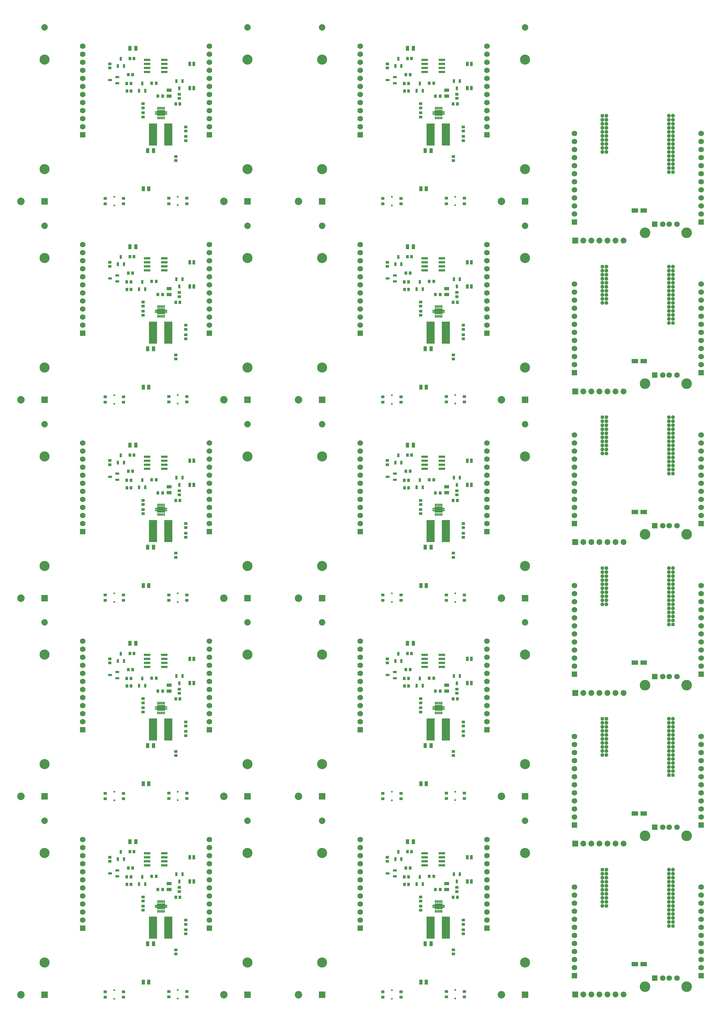
<source format=gbr>
G75*
G70*
%OFA0B0*%
%FSLAX25Y25*%
%IPPOS*%
%LPD*%
%AMOC8*
5,1,8,0,0,1.08239X$1,22.5*
%
%ADD10R,0.06930X0.06930*%
%ADD11R,0.04090X0.03700*%
%ADD13C,0.02520*%
%ADD14C,0.02360*%
%ADD16R,0.08430X0.02910*%
%ADD22R,0.03540X0.05550*%
%ADD24R,0.07240X0.07240*%
%ADD30C,0.06850*%
%ADD34R,0.08030X0.08030*%
%ADD40R,0.04490X0.03310*%
%ADD41C,0.07240*%
%ADD44C,0.06930*%
%ADD45C,0.08030*%
%ADD47R,0.06850X0.06850*%
%ADD48R,0.04290X0.06060*%
%ADD54C,0.09290*%
%ADD55R,0.08430X0.05280*%
%ADD58R,0.04690X0.03110*%
%ADD61C,0.12520*%
%ADD62R,0.03110X0.04690*%
%ADD63R,0.10390X0.27320*%
%ADD67R,0.03900X0.06060*%
%ADD69R,0.04490X0.04490*%
%ADD72C,0.04880*%
%ADD75R,0.06060X0.04290*%
%ADD76C,0.13150*%
%ADD78R,0.03700X0.04090*%
X0000000Y0000000D02*
G75*
G01*
%LPD*%
D34*
X0041340Y0010900D03*
D45*
X0041340Y0226890D03*
D61*
X0041340Y0050900D03*
X0041340Y0186890D03*
D54*
X0011930Y0010900D03*
D11*
X0208580Y0144040D03*
X0208580Y0138930D03*
D48*
X0176490Y0074040D03*
X0169200Y0074040D03*
D10*
X0088590Y0093540D03*
D44*
X0088590Y0103540D03*
X0088590Y0113540D03*
X0088590Y0123540D03*
X0088590Y0133540D03*
X0088590Y0143540D03*
X0088590Y0153540D03*
X0088590Y0163540D03*
X0088590Y0173540D03*
X0088590Y0183540D03*
X0088590Y0193540D03*
X0088590Y0203540D03*
D10*
X0246070Y0093540D03*
D44*
X0246070Y0103540D03*
X0246070Y0113540D03*
X0246070Y0123540D03*
X0246070Y0133540D03*
X0246070Y0143540D03*
X0246070Y0153540D03*
X0246070Y0163540D03*
X0246070Y0173540D03*
X0246070Y0183540D03*
X0246070Y0193540D03*
X0246070Y0203540D03*
D75*
X0195970Y0141650D03*
X0195970Y0148940D03*
D48*
X0147320Y0200920D03*
X0154610Y0200920D03*
D78*
X0187950Y0141540D03*
X0182050Y0141540D03*
X0174200Y0157790D03*
X0180110Y0157790D03*
D62*
X0132320Y0179050D03*
X0139800Y0179050D03*
X0136060Y0188100D03*
D67*
X0170770Y0026530D03*
X0163880Y0026530D03*
D62*
X0212470Y0160460D03*
X0204990Y0160460D03*
X0208730Y0151400D03*
G36*
X0188780Y0125630D02*
X0188710Y0125300D01*
X0188500Y0125030D01*
X0188250Y0124890D01*
X0187950Y0124840D01*
X0187660Y0124890D01*
X0187410Y0125030D01*
X0187200Y0125310D01*
X0187130Y0125630D01*
X0187130Y0128240D01*
X0188780Y0128240D01*
X0188780Y0125630D01*
G37*
G36*
X0186810Y0125630D02*
X0186740Y0125300D01*
X0186530Y0125030D01*
X0186280Y0124890D01*
X0185990Y0124840D01*
X0185690Y0124890D01*
X0185440Y0125030D01*
X0185230Y0125310D01*
X0185160Y0125630D01*
X0185160Y0128240D01*
X0186810Y0128240D01*
X0186810Y0125630D01*
G37*
G36*
X0184840Y0125630D02*
X0184770Y0125300D01*
X0184560Y0125030D01*
X0184310Y0124890D01*
X0184020Y0124840D01*
X0183720Y0124890D01*
X0183470Y0125030D01*
X0183260Y0125310D01*
X0183190Y0125630D01*
X0183190Y0128240D01*
X0184840Y0128240D01*
X0184840Y0125630D01*
G37*
G36*
X0182880Y0125630D02*
X0182800Y0125300D01*
X0182590Y0125030D01*
X0182350Y0124890D01*
X0182050Y0124840D01*
X0181750Y0124890D01*
X0181510Y0125030D01*
X0181290Y0125310D01*
X0181220Y0125630D01*
X0181220Y0128240D01*
X0182880Y0128240D01*
X0182880Y0125630D01*
G37*
G36*
X0181220Y0115640D02*
X0181290Y0115970D01*
X0181510Y0116250D01*
X0181750Y0116390D01*
X0182050Y0116440D01*
X0182350Y0116390D01*
X0182590Y0116250D01*
X0182810Y0115970D01*
X0182880Y0115640D01*
X0182880Y0113030D01*
X0181220Y0113030D01*
X0181220Y0115640D01*
G37*
G36*
X0183190Y0115640D02*
X0183260Y0115970D01*
X0183480Y0116250D01*
X0183720Y0116390D01*
X0184020Y0116440D01*
X0184320Y0116390D01*
X0184560Y0116250D01*
X0184770Y0115970D01*
X0184840Y0115640D01*
X0184840Y0113030D01*
X0183190Y0113030D01*
X0183190Y0115640D01*
G37*
G36*
X0185160Y0115640D02*
X0185230Y0115970D01*
X0185440Y0116250D01*
X0185690Y0116390D01*
X0185990Y0116440D01*
X0186280Y0116390D01*
X0186530Y0116250D01*
X0186740Y0115970D01*
X0186810Y0115640D01*
X0186810Y0113030D01*
X0185160Y0113030D01*
X0185160Y0115640D01*
G37*
G36*
X0187130Y0115640D02*
X0187200Y0115970D01*
X0187410Y0116250D01*
X0187660Y0116390D01*
X0187950Y0116440D01*
X0188250Y0116390D01*
X0188500Y0116250D01*
X0188710Y0115970D01*
X0188780Y0115640D01*
X0188780Y0113030D01*
X0187130Y0113030D01*
X0187130Y0115640D01*
G37*
G36*
X0189100Y0115640D02*
X0189170Y0115970D01*
X0189380Y0116250D01*
X0189630Y0116390D01*
X0189920Y0116440D01*
X0190220Y0116390D01*
X0190470Y0116250D01*
X0190680Y0115970D01*
X0190750Y0115640D01*
X0190750Y0113030D01*
X0189100Y0113030D01*
X0189100Y0115640D01*
G37*
D13*
X0183030Y0122700D03*
G36*
X0190990Y0124260D02*
X0180990Y0124260D01*
X0180990Y0122660D01*
X0178230Y0122660D01*
X0178230Y0121010D01*
X0180990Y0121010D01*
X0180990Y0120460D01*
X0178230Y0120460D01*
X0178230Y0118810D01*
X0180990Y0118810D01*
X0180990Y0117210D01*
X0190990Y0117210D01*
X0190990Y0118810D01*
X0193740Y0118810D01*
X0193740Y0120460D01*
X0190990Y0120460D01*
X0190990Y0121010D01*
X0193740Y0121010D01*
X0193740Y0122660D01*
X0190990Y0122660D01*
X0190990Y0124260D01*
G37*
G36*
X0190750Y0125630D02*
X0190680Y0125300D01*
X0190460Y0125030D01*
X0190220Y0124890D01*
X0189920Y0124840D01*
X0189620Y0124890D01*
X0189380Y0125030D01*
X0189170Y0125310D01*
X0189100Y0125630D01*
X0189100Y0128240D01*
X0190750Y0128240D01*
X0190750Y0125630D01*
G37*
D13*
X0183030Y0118770D03*
X0188940Y0122700D03*
X0185990Y0120740D03*
X0188940Y0118770D03*
D16*
X0189830Y0171550D03*
X0189830Y0176550D03*
X0189830Y0181550D03*
X0189830Y0186550D03*
X0168570Y0186550D03*
X0168570Y0181550D03*
X0168570Y0176550D03*
X0168570Y0171550D03*
D63*
X0176080Y0094040D03*
X0194830Y0094040D03*
D62*
X0158740Y0148280D03*
X0166220Y0148280D03*
X0162480Y0157330D03*
D11*
X0216710Y0091540D03*
X0216710Y0086420D03*
X0216710Y0103420D03*
X0216710Y0098300D03*
D78*
X0145390Y0168360D03*
X0150510Y0168360D03*
X0147320Y0188420D03*
X0152440Y0188420D03*
X0148630Y0147850D03*
X0143520Y0147850D03*
D11*
X0204210Y0066650D03*
X0204210Y0061540D03*
D78*
X0209260Y0131950D03*
X0204140Y0131950D03*
D40*
X0195480Y0014850D03*
X0195480Y0008150D03*
X0217920Y0014850D03*
X0217920Y0008150D03*
D14*
X0206700Y0016810D03*
X0206700Y0006180D03*
D40*
X0116740Y0014660D03*
X0116740Y0007960D03*
X0139180Y0014660D03*
X0139180Y0007960D03*
D14*
X0127960Y0016620D03*
X0127960Y0005990D03*
D58*
X0131700Y0157800D03*
X0131700Y0165280D03*
X0122640Y0161540D03*
D11*
X0122320Y0176550D03*
X0122320Y0181670D03*
D78*
X0148570Y0157170D03*
X0143460Y0157170D03*
D22*
X0221710Y0151540D03*
X0226710Y0151540D03*
X0226710Y0181540D03*
X0221710Y0181540D03*
D11*
X0163580Y0120920D03*
X0163580Y0115800D03*
X0163640Y0127110D03*
X0163640Y0132230D03*
D34*
X0293310Y0010900D03*
D45*
X0293310Y0226890D03*
D61*
X0293310Y0050900D03*
X0293310Y0186890D03*
D54*
X0263900Y0010900D03*
X0000000Y0246220D02*
G75*
G01*
%LPD*%
D34*
X0041340Y0257120D03*
D45*
X0041340Y0473110D03*
D61*
X0041340Y0297120D03*
X0041340Y0433110D03*
D54*
X0011930Y0257120D03*
D11*
X0208580Y0390260D03*
X0208580Y0385150D03*
D48*
X0176490Y0320260D03*
X0169200Y0320260D03*
D10*
X0088590Y0339760D03*
D44*
X0088590Y0349760D03*
X0088590Y0359760D03*
X0088590Y0369760D03*
X0088590Y0379760D03*
X0088590Y0389760D03*
X0088590Y0399760D03*
X0088590Y0409760D03*
X0088590Y0419760D03*
X0088590Y0429760D03*
X0088590Y0439760D03*
X0088590Y0449760D03*
D10*
X0246070Y0339760D03*
D44*
X0246070Y0349760D03*
X0246070Y0359760D03*
X0246070Y0369760D03*
X0246070Y0379760D03*
X0246070Y0389760D03*
X0246070Y0399760D03*
X0246070Y0409760D03*
X0246070Y0419760D03*
X0246070Y0429760D03*
X0246070Y0439760D03*
X0246070Y0449760D03*
D75*
X0195970Y0387870D03*
X0195970Y0395160D03*
D48*
X0147320Y0447140D03*
X0154610Y0447140D03*
D78*
X0187950Y0387760D03*
X0182050Y0387760D03*
X0174200Y0404010D03*
X0180110Y0404010D03*
D62*
X0132320Y0425270D03*
X0139800Y0425270D03*
X0136060Y0434320D03*
D67*
X0170770Y0272750D03*
X0163880Y0272750D03*
D62*
X0212470Y0406680D03*
X0204990Y0406680D03*
X0208730Y0397620D03*
G36*
X0188780Y0371850D02*
X0188710Y0371520D01*
X0188500Y0371250D01*
X0188250Y0371110D01*
X0187950Y0371060D01*
X0187660Y0371110D01*
X0187410Y0371250D01*
X0187200Y0371530D01*
X0187130Y0371850D01*
X0187130Y0374460D01*
X0188780Y0374460D01*
X0188780Y0371850D01*
G37*
G36*
X0186810Y0371850D02*
X0186740Y0371520D01*
X0186530Y0371250D01*
X0186280Y0371110D01*
X0185990Y0371060D01*
X0185690Y0371110D01*
X0185440Y0371250D01*
X0185230Y0371530D01*
X0185160Y0371850D01*
X0185160Y0374460D01*
X0186810Y0374460D01*
X0186810Y0371850D01*
G37*
G36*
X0184840Y0371850D02*
X0184770Y0371520D01*
X0184560Y0371250D01*
X0184310Y0371110D01*
X0184020Y0371060D01*
X0183720Y0371110D01*
X0183470Y0371250D01*
X0183260Y0371530D01*
X0183190Y0371850D01*
X0183190Y0374460D01*
X0184840Y0374460D01*
X0184840Y0371850D01*
G37*
G36*
X0182880Y0371850D02*
X0182800Y0371520D01*
X0182590Y0371250D01*
X0182350Y0371110D01*
X0182050Y0371060D01*
X0181750Y0371110D01*
X0181510Y0371250D01*
X0181290Y0371530D01*
X0181220Y0371850D01*
X0181220Y0374460D01*
X0182880Y0374460D01*
X0182880Y0371850D01*
G37*
G36*
X0181220Y0361860D02*
X0181290Y0362190D01*
X0181510Y0362470D01*
X0181750Y0362610D01*
X0182050Y0362660D01*
X0182350Y0362610D01*
X0182590Y0362470D01*
X0182810Y0362190D01*
X0182880Y0361860D01*
X0182880Y0359250D01*
X0181220Y0359250D01*
X0181220Y0361860D01*
G37*
G36*
X0183190Y0361860D02*
X0183260Y0362190D01*
X0183480Y0362470D01*
X0183720Y0362610D01*
X0184020Y0362660D01*
X0184320Y0362610D01*
X0184560Y0362470D01*
X0184770Y0362190D01*
X0184840Y0361860D01*
X0184840Y0359250D01*
X0183190Y0359250D01*
X0183190Y0361860D01*
G37*
G36*
X0185160Y0361860D02*
X0185230Y0362190D01*
X0185440Y0362470D01*
X0185690Y0362610D01*
X0185990Y0362660D01*
X0186280Y0362610D01*
X0186530Y0362470D01*
X0186740Y0362190D01*
X0186810Y0361860D01*
X0186810Y0359250D01*
X0185160Y0359250D01*
X0185160Y0361860D01*
G37*
G36*
X0187130Y0361860D02*
X0187200Y0362190D01*
X0187410Y0362470D01*
X0187660Y0362610D01*
X0187950Y0362660D01*
X0188250Y0362610D01*
X0188500Y0362470D01*
X0188710Y0362190D01*
X0188780Y0361860D01*
X0188780Y0359250D01*
X0187130Y0359250D01*
X0187130Y0361860D01*
G37*
G36*
X0189100Y0361860D02*
X0189170Y0362190D01*
X0189380Y0362470D01*
X0189630Y0362610D01*
X0189920Y0362660D01*
X0190220Y0362610D01*
X0190470Y0362470D01*
X0190680Y0362190D01*
X0190750Y0361860D01*
X0190750Y0359250D01*
X0189100Y0359250D01*
X0189100Y0361860D01*
G37*
D13*
X0183030Y0368920D03*
G36*
X0190990Y0370480D02*
X0180990Y0370480D01*
X0180990Y0368880D01*
X0178230Y0368880D01*
X0178230Y0367230D01*
X0180990Y0367230D01*
X0180990Y0366680D01*
X0178230Y0366680D01*
X0178230Y0365030D01*
X0180990Y0365030D01*
X0180990Y0363430D01*
X0190990Y0363430D01*
X0190990Y0365030D01*
X0193740Y0365030D01*
X0193740Y0366680D01*
X0190990Y0366680D01*
X0190990Y0367230D01*
X0193740Y0367230D01*
X0193740Y0368880D01*
X0190990Y0368880D01*
X0190990Y0370480D01*
G37*
G36*
X0190750Y0371850D02*
X0190680Y0371520D01*
X0190460Y0371250D01*
X0190220Y0371110D01*
X0189920Y0371060D01*
X0189620Y0371110D01*
X0189380Y0371250D01*
X0189170Y0371530D01*
X0189100Y0371850D01*
X0189100Y0374460D01*
X0190750Y0374460D01*
X0190750Y0371850D01*
G37*
D13*
X0183030Y0364990D03*
X0188940Y0368920D03*
X0185990Y0366960D03*
X0188940Y0364990D03*
D16*
X0189830Y0417770D03*
X0189830Y0422770D03*
X0189830Y0427770D03*
X0189830Y0432770D03*
X0168570Y0432770D03*
X0168570Y0427770D03*
X0168570Y0422770D03*
X0168570Y0417770D03*
D63*
X0176080Y0340260D03*
X0194830Y0340260D03*
D62*
X0158740Y0394500D03*
X0166220Y0394500D03*
X0162480Y0403550D03*
D11*
X0216710Y0337760D03*
X0216710Y0332640D03*
X0216710Y0349640D03*
X0216710Y0344520D03*
D78*
X0145390Y0414580D03*
X0150510Y0414580D03*
X0147320Y0434640D03*
X0152440Y0434640D03*
X0148630Y0394070D03*
X0143520Y0394070D03*
D11*
X0204210Y0312870D03*
X0204210Y0307760D03*
D78*
X0209260Y0378170D03*
X0204140Y0378170D03*
D40*
X0195480Y0261070D03*
X0195480Y0254370D03*
X0217920Y0261070D03*
X0217920Y0254370D03*
D14*
X0206700Y0263030D03*
X0206700Y0252400D03*
D40*
X0116740Y0260880D03*
X0116740Y0254180D03*
X0139180Y0260880D03*
X0139180Y0254180D03*
D14*
X0127960Y0262840D03*
X0127960Y0252210D03*
D58*
X0131700Y0404020D03*
X0131700Y0411500D03*
X0122640Y0407760D03*
D11*
X0122320Y0422770D03*
X0122320Y0427890D03*
D78*
X0148570Y0403390D03*
X0143460Y0403390D03*
D22*
X0221710Y0397760D03*
X0226710Y0397760D03*
X0226710Y0427760D03*
X0221710Y0427760D03*
D11*
X0163580Y0367140D03*
X0163580Y0362020D03*
X0163640Y0373330D03*
X0163640Y0378450D03*
D34*
X0293310Y0257120D03*
D45*
X0293310Y0473110D03*
D61*
X0293310Y0297120D03*
X0293310Y0433110D03*
D54*
X0263900Y0257120D03*
X0344650Y0000000D02*
G75*
G01*
%LPD*%
D34*
X0385990Y0010900D03*
D45*
X0385990Y0226890D03*
D61*
X0385990Y0050900D03*
X0385990Y0186890D03*
D54*
X0356580Y0010900D03*
D11*
X0553230Y0144040D03*
X0553230Y0138930D03*
D48*
X0521140Y0074040D03*
X0513850Y0074040D03*
D10*
X0433240Y0093540D03*
D44*
X0433240Y0103540D03*
X0433240Y0113540D03*
X0433240Y0123540D03*
X0433240Y0133540D03*
X0433240Y0143540D03*
X0433240Y0153540D03*
X0433240Y0163540D03*
X0433240Y0173540D03*
X0433240Y0183540D03*
X0433240Y0193540D03*
X0433240Y0203540D03*
D10*
X0590720Y0093540D03*
D44*
X0590720Y0103540D03*
X0590720Y0113540D03*
X0590720Y0123540D03*
X0590720Y0133540D03*
X0590720Y0143540D03*
X0590720Y0153540D03*
X0590720Y0163540D03*
X0590720Y0173540D03*
X0590720Y0183540D03*
X0590720Y0193540D03*
X0590720Y0203540D03*
D75*
X0540620Y0141650D03*
X0540620Y0148940D03*
D48*
X0491970Y0200920D03*
X0499260Y0200920D03*
D78*
X0532600Y0141540D03*
X0526700Y0141540D03*
X0518850Y0157790D03*
X0524760Y0157790D03*
D62*
X0476970Y0179050D03*
X0484450Y0179050D03*
X0480710Y0188100D03*
D67*
X0515420Y0026530D03*
X0508530Y0026530D03*
D62*
X0557120Y0160460D03*
X0549640Y0160460D03*
X0553380Y0151400D03*
G36*
X0533430Y0125630D02*
X0533360Y0125300D01*
X0533150Y0125030D01*
X0532900Y0124890D01*
X0532600Y0124840D01*
X0532310Y0124890D01*
X0532060Y0125030D01*
X0531850Y0125310D01*
X0531780Y0125630D01*
X0531780Y0128240D01*
X0533430Y0128240D01*
X0533430Y0125630D01*
G37*
G36*
X0531460Y0125630D02*
X0531390Y0125300D01*
X0531180Y0125030D01*
X0530930Y0124890D01*
X0530640Y0124840D01*
X0530340Y0124890D01*
X0530090Y0125030D01*
X0529880Y0125310D01*
X0529810Y0125630D01*
X0529810Y0128240D01*
X0531460Y0128240D01*
X0531460Y0125630D01*
G37*
G36*
X0529490Y0125630D02*
X0529420Y0125300D01*
X0529210Y0125030D01*
X0528960Y0124890D01*
X0528670Y0124840D01*
X0528370Y0124890D01*
X0528120Y0125030D01*
X0527910Y0125310D01*
X0527840Y0125630D01*
X0527840Y0128240D01*
X0529490Y0128240D01*
X0529490Y0125630D01*
G37*
G36*
X0527530Y0125630D02*
X0527450Y0125300D01*
X0527240Y0125030D01*
X0527000Y0124890D01*
X0526700Y0124840D01*
X0526400Y0124890D01*
X0526160Y0125030D01*
X0525940Y0125310D01*
X0525870Y0125630D01*
X0525870Y0128240D01*
X0527530Y0128240D01*
X0527530Y0125630D01*
G37*
G36*
X0525870Y0115640D02*
X0525940Y0115970D01*
X0526160Y0116250D01*
X0526400Y0116390D01*
X0526700Y0116440D01*
X0527000Y0116390D01*
X0527240Y0116250D01*
X0527460Y0115970D01*
X0527530Y0115640D01*
X0527530Y0113030D01*
X0525870Y0113030D01*
X0525870Y0115640D01*
G37*
G36*
X0527840Y0115640D02*
X0527910Y0115970D01*
X0528130Y0116250D01*
X0528370Y0116390D01*
X0528670Y0116440D01*
X0528970Y0116390D01*
X0529210Y0116250D01*
X0529420Y0115970D01*
X0529490Y0115640D01*
X0529490Y0113030D01*
X0527840Y0113030D01*
X0527840Y0115640D01*
G37*
G36*
X0529810Y0115640D02*
X0529880Y0115970D01*
X0530090Y0116250D01*
X0530340Y0116390D01*
X0530640Y0116440D01*
X0530930Y0116390D01*
X0531180Y0116250D01*
X0531390Y0115970D01*
X0531460Y0115640D01*
X0531460Y0113030D01*
X0529810Y0113030D01*
X0529810Y0115640D01*
G37*
G36*
X0531780Y0115640D02*
X0531850Y0115970D01*
X0532060Y0116250D01*
X0532310Y0116390D01*
X0532600Y0116440D01*
X0532900Y0116390D01*
X0533150Y0116250D01*
X0533360Y0115970D01*
X0533430Y0115640D01*
X0533430Y0113030D01*
X0531780Y0113030D01*
X0531780Y0115640D01*
G37*
G36*
X0533750Y0115640D02*
X0533820Y0115970D01*
X0534030Y0116250D01*
X0534280Y0116390D01*
X0534570Y0116440D01*
X0534870Y0116390D01*
X0535120Y0116250D01*
X0535330Y0115970D01*
X0535400Y0115640D01*
X0535400Y0113030D01*
X0533750Y0113030D01*
X0533750Y0115640D01*
G37*
D13*
X0527680Y0122700D03*
G36*
X0535640Y0124260D02*
X0525640Y0124260D01*
X0525640Y0122660D01*
X0522880Y0122660D01*
X0522880Y0121010D01*
X0525640Y0121010D01*
X0525640Y0120460D01*
X0522880Y0120460D01*
X0522880Y0118810D01*
X0525640Y0118810D01*
X0525640Y0117210D01*
X0535640Y0117210D01*
X0535640Y0118810D01*
X0538390Y0118810D01*
X0538390Y0120460D01*
X0535640Y0120460D01*
X0535640Y0121010D01*
X0538390Y0121010D01*
X0538390Y0122660D01*
X0535640Y0122660D01*
X0535640Y0124260D01*
G37*
G36*
X0535400Y0125630D02*
X0535330Y0125300D01*
X0535110Y0125030D01*
X0534870Y0124890D01*
X0534570Y0124840D01*
X0534270Y0124890D01*
X0534030Y0125030D01*
X0533820Y0125310D01*
X0533750Y0125630D01*
X0533750Y0128240D01*
X0535400Y0128240D01*
X0535400Y0125630D01*
G37*
D13*
X0527680Y0118770D03*
X0533590Y0122700D03*
X0530640Y0120740D03*
X0533590Y0118770D03*
D16*
X0534480Y0171550D03*
X0534480Y0176550D03*
X0534480Y0181550D03*
X0534480Y0186550D03*
X0513220Y0186550D03*
X0513220Y0181550D03*
X0513220Y0176550D03*
X0513220Y0171550D03*
D63*
X0520730Y0094040D03*
X0539480Y0094040D03*
D62*
X0503390Y0148280D03*
X0510870Y0148280D03*
X0507130Y0157330D03*
D11*
X0561360Y0091540D03*
X0561360Y0086420D03*
X0561360Y0103420D03*
X0561360Y0098300D03*
D78*
X0490040Y0168360D03*
X0495160Y0168360D03*
X0491970Y0188420D03*
X0497090Y0188420D03*
X0493280Y0147850D03*
X0488170Y0147850D03*
D11*
X0548860Y0066650D03*
X0548860Y0061540D03*
D78*
X0553910Y0131950D03*
X0548790Y0131950D03*
D40*
X0540130Y0014850D03*
X0540130Y0008150D03*
X0562570Y0014850D03*
X0562570Y0008150D03*
D14*
X0551350Y0016810D03*
X0551350Y0006180D03*
D40*
X0461390Y0014660D03*
X0461390Y0007960D03*
X0483830Y0014660D03*
X0483830Y0007960D03*
D14*
X0472610Y0016620D03*
X0472610Y0005990D03*
D58*
X0476350Y0157800D03*
X0476350Y0165280D03*
X0467290Y0161540D03*
D11*
X0466970Y0176550D03*
X0466970Y0181670D03*
D78*
X0493220Y0157170D03*
X0488110Y0157170D03*
D22*
X0566360Y0151540D03*
X0571360Y0151540D03*
X0571360Y0181540D03*
X0566360Y0181540D03*
D11*
X0508230Y0120920D03*
X0508230Y0115800D03*
X0508290Y0127110D03*
X0508290Y0132230D03*
D34*
X0637960Y0010900D03*
D45*
X0637960Y0226890D03*
D61*
X0637960Y0050900D03*
X0637960Y0186890D03*
D54*
X0608550Y0010900D03*
X0689300Y0000000D02*
G75*
G01*
%LPD*%
D55*
X0785380Y0048740D03*
X0774360Y0048740D03*
D10*
X0699140Y0034490D03*
D44*
X0699140Y0044490D03*
X0699140Y0054490D03*
X0699140Y0064490D03*
X0699140Y0074490D03*
X0699140Y0084490D03*
X0699140Y0094490D03*
X0699140Y0104490D03*
X0699140Y0114490D03*
X0699140Y0124490D03*
X0699140Y0134490D03*
X0699140Y0144490D03*
D10*
X0856620Y0034490D03*
D44*
X0856620Y0044490D03*
X0856620Y0054490D03*
X0856620Y0064490D03*
X0856620Y0074490D03*
X0856620Y0084490D03*
X0856620Y0094490D03*
X0856620Y0104490D03*
X0856620Y0114490D03*
X0856620Y0124490D03*
X0856620Y0134490D03*
X0856620Y0144490D03*
D47*
X0799100Y0031620D03*
D30*
X0808950Y0031620D03*
X0816820Y0031620D03*
X0826660Y0031620D03*
D76*
X0787020Y0020990D03*
X0838750Y0020990D03*
D24*
X0700380Y0011240D03*
D41*
X0710380Y0011240D03*
X0720380Y0011240D03*
X0730380Y0011240D03*
X0740380Y0011240D03*
X0750380Y0011240D03*
X0760380Y0011240D03*
D69*
X0821780Y0096240D03*
D72*
X0821780Y0101240D03*
X0821780Y0106240D03*
X0821780Y0111240D03*
X0821780Y0116240D03*
X0821780Y0121240D03*
X0821780Y0126240D03*
X0821780Y0131240D03*
X0821780Y0136240D03*
X0821780Y0141240D03*
X0821780Y0146240D03*
X0821780Y0151240D03*
X0821780Y0156240D03*
X0821780Y0161240D03*
X0821780Y0166240D03*
X0816780Y0096240D03*
X0816780Y0101240D03*
X0816780Y0106240D03*
X0816780Y0111240D03*
X0816780Y0116240D03*
X0816780Y0121240D03*
X0816780Y0126240D03*
X0816780Y0131240D03*
X0816780Y0136240D03*
X0816780Y0141240D03*
X0816780Y0146240D03*
X0816780Y0151240D03*
X0816780Y0156240D03*
X0816780Y0161240D03*
X0816780Y0166240D03*
X0738990Y0121320D03*
X0738990Y0126320D03*
X0738990Y0131320D03*
X0738990Y0136320D03*
X0738990Y0141320D03*
X0738990Y0146320D03*
X0738990Y0151320D03*
X0738990Y0156320D03*
X0738990Y0161320D03*
X0738990Y0166320D03*
X0733990Y0121320D03*
X0733990Y0126320D03*
X0733990Y0131320D03*
X0733990Y0136320D03*
X0733990Y0141320D03*
X0733990Y0146320D03*
X0733990Y0151320D03*
X0733990Y0156320D03*
X0733990Y0161320D03*
D69*
X0733990Y0166320D03*
X0000000Y0492440D02*
G75*
G01*
%LPD*%
D34*
X0041340Y0503340D03*
D45*
X0041340Y0719330D03*
D61*
X0041340Y0543340D03*
X0041340Y0679330D03*
D54*
X0011930Y0503340D03*
D11*
X0208580Y0636480D03*
X0208580Y0631370D03*
D48*
X0176490Y0566480D03*
X0169200Y0566480D03*
D10*
X0088590Y0585980D03*
D44*
X0088590Y0595980D03*
X0088590Y0605980D03*
X0088590Y0615980D03*
X0088590Y0625980D03*
X0088590Y0635980D03*
X0088590Y0645980D03*
X0088590Y0655980D03*
X0088590Y0665980D03*
X0088590Y0675980D03*
X0088590Y0685980D03*
X0088590Y0695980D03*
D10*
X0246070Y0585980D03*
D44*
X0246070Y0595980D03*
X0246070Y0605980D03*
X0246070Y0615980D03*
X0246070Y0625980D03*
X0246070Y0635980D03*
X0246070Y0645980D03*
X0246070Y0655980D03*
X0246070Y0665980D03*
X0246070Y0675980D03*
X0246070Y0685980D03*
X0246070Y0695980D03*
D75*
X0195970Y0634090D03*
X0195970Y0641380D03*
D48*
X0147320Y0693360D03*
X0154610Y0693360D03*
D78*
X0187950Y0633980D03*
X0182050Y0633980D03*
X0174200Y0650230D03*
X0180110Y0650230D03*
D62*
X0132320Y0671490D03*
X0139800Y0671490D03*
X0136060Y0680540D03*
D67*
X0170770Y0518970D03*
X0163880Y0518970D03*
D62*
X0212470Y0652900D03*
X0204990Y0652900D03*
X0208730Y0643840D03*
G36*
X0188780Y0618070D02*
X0188710Y0617740D01*
X0188500Y0617470D01*
X0188250Y0617330D01*
X0187950Y0617280D01*
X0187660Y0617330D01*
X0187410Y0617470D01*
X0187200Y0617750D01*
X0187130Y0618070D01*
X0187130Y0620680D01*
X0188780Y0620680D01*
X0188780Y0618070D01*
G37*
G36*
X0186810Y0618070D02*
X0186740Y0617740D01*
X0186530Y0617470D01*
X0186280Y0617330D01*
X0185990Y0617280D01*
X0185690Y0617330D01*
X0185440Y0617470D01*
X0185230Y0617750D01*
X0185160Y0618070D01*
X0185160Y0620680D01*
X0186810Y0620680D01*
X0186810Y0618070D01*
G37*
G36*
X0184840Y0618070D02*
X0184770Y0617740D01*
X0184560Y0617470D01*
X0184310Y0617330D01*
X0184020Y0617280D01*
X0183720Y0617330D01*
X0183470Y0617470D01*
X0183260Y0617750D01*
X0183190Y0618070D01*
X0183190Y0620680D01*
X0184840Y0620680D01*
X0184840Y0618070D01*
G37*
G36*
X0182880Y0618070D02*
X0182800Y0617740D01*
X0182590Y0617470D01*
X0182350Y0617330D01*
X0182050Y0617280D01*
X0181750Y0617330D01*
X0181510Y0617470D01*
X0181290Y0617750D01*
X0181220Y0618070D01*
X0181220Y0620680D01*
X0182880Y0620680D01*
X0182880Y0618070D01*
G37*
G36*
X0181220Y0608080D02*
X0181290Y0608410D01*
X0181510Y0608690D01*
X0181750Y0608830D01*
X0182050Y0608880D01*
X0182350Y0608830D01*
X0182590Y0608690D01*
X0182810Y0608410D01*
X0182880Y0608080D01*
X0182880Y0605470D01*
X0181220Y0605470D01*
X0181220Y0608080D01*
G37*
G36*
X0183190Y0608080D02*
X0183260Y0608410D01*
X0183480Y0608690D01*
X0183720Y0608830D01*
X0184020Y0608880D01*
X0184320Y0608830D01*
X0184560Y0608690D01*
X0184770Y0608410D01*
X0184840Y0608080D01*
X0184840Y0605470D01*
X0183190Y0605470D01*
X0183190Y0608080D01*
G37*
G36*
X0185160Y0608080D02*
X0185230Y0608410D01*
X0185440Y0608690D01*
X0185690Y0608830D01*
X0185990Y0608880D01*
X0186280Y0608830D01*
X0186530Y0608690D01*
X0186740Y0608410D01*
X0186810Y0608080D01*
X0186810Y0605470D01*
X0185160Y0605470D01*
X0185160Y0608080D01*
G37*
G36*
X0187130Y0608080D02*
X0187200Y0608410D01*
X0187410Y0608690D01*
X0187660Y0608830D01*
X0187950Y0608880D01*
X0188250Y0608830D01*
X0188500Y0608690D01*
X0188710Y0608410D01*
X0188780Y0608080D01*
X0188780Y0605470D01*
X0187130Y0605470D01*
X0187130Y0608080D01*
G37*
G36*
X0189100Y0608080D02*
X0189170Y0608410D01*
X0189380Y0608690D01*
X0189630Y0608830D01*
X0189920Y0608880D01*
X0190220Y0608830D01*
X0190470Y0608690D01*
X0190680Y0608410D01*
X0190750Y0608080D01*
X0190750Y0605470D01*
X0189100Y0605470D01*
X0189100Y0608080D01*
G37*
D13*
X0183030Y0615140D03*
G36*
X0190990Y0616700D02*
X0180990Y0616700D01*
X0180990Y0615100D01*
X0178230Y0615100D01*
X0178230Y0613450D01*
X0180990Y0613450D01*
X0180990Y0612900D01*
X0178230Y0612900D01*
X0178230Y0611250D01*
X0180990Y0611250D01*
X0180990Y0609650D01*
X0190990Y0609650D01*
X0190990Y0611250D01*
X0193740Y0611250D01*
X0193740Y0612900D01*
X0190990Y0612900D01*
X0190990Y0613450D01*
X0193740Y0613450D01*
X0193740Y0615100D01*
X0190990Y0615100D01*
X0190990Y0616700D01*
G37*
G36*
X0190750Y0618070D02*
X0190680Y0617740D01*
X0190460Y0617470D01*
X0190220Y0617330D01*
X0189920Y0617280D01*
X0189620Y0617330D01*
X0189380Y0617470D01*
X0189170Y0617750D01*
X0189100Y0618070D01*
X0189100Y0620680D01*
X0190750Y0620680D01*
X0190750Y0618070D01*
G37*
D13*
X0183030Y0611210D03*
X0188940Y0615140D03*
X0185990Y0613180D03*
X0188940Y0611210D03*
D16*
X0189830Y0663990D03*
X0189830Y0668990D03*
X0189830Y0673990D03*
X0189830Y0678990D03*
X0168570Y0678990D03*
X0168570Y0673990D03*
X0168570Y0668990D03*
X0168570Y0663990D03*
D63*
X0176080Y0586480D03*
X0194830Y0586480D03*
D62*
X0158740Y0640720D03*
X0166220Y0640720D03*
X0162480Y0649770D03*
D11*
X0216710Y0583980D03*
X0216710Y0578860D03*
X0216710Y0595860D03*
X0216710Y0590740D03*
D78*
X0145390Y0660800D03*
X0150510Y0660800D03*
X0147320Y0680860D03*
X0152440Y0680860D03*
X0148630Y0640290D03*
X0143520Y0640290D03*
D11*
X0204210Y0559090D03*
X0204210Y0553980D03*
D78*
X0209260Y0624390D03*
X0204140Y0624390D03*
D40*
X0195480Y0507290D03*
X0195480Y0500590D03*
X0217920Y0507290D03*
X0217920Y0500590D03*
D14*
X0206700Y0509250D03*
X0206700Y0498620D03*
D40*
X0116740Y0507100D03*
X0116740Y0500400D03*
X0139180Y0507100D03*
X0139180Y0500400D03*
D14*
X0127960Y0509060D03*
X0127960Y0498430D03*
D58*
X0131700Y0650240D03*
X0131700Y0657720D03*
X0122640Y0653980D03*
D11*
X0122320Y0668990D03*
X0122320Y0674110D03*
D78*
X0148570Y0649610D03*
X0143460Y0649610D03*
D22*
X0221710Y0643980D03*
X0226710Y0643980D03*
X0226710Y0673980D03*
X0221710Y0673980D03*
D11*
X0163580Y0613360D03*
X0163580Y0608240D03*
X0163640Y0619550D03*
X0163640Y0624670D03*
D34*
X0293310Y0503340D03*
D45*
X0293310Y0719330D03*
D61*
X0293310Y0543340D03*
X0293310Y0679330D03*
D54*
X0263900Y0503340D03*
X0344650Y0246220D02*
G75*
G01*
%LPD*%
D34*
X0385990Y0257120D03*
D45*
X0385990Y0473110D03*
D61*
X0385990Y0297120D03*
X0385990Y0433110D03*
D54*
X0356580Y0257120D03*
D11*
X0553230Y0390260D03*
X0553230Y0385150D03*
D48*
X0521140Y0320260D03*
X0513850Y0320260D03*
D10*
X0433240Y0339760D03*
D44*
X0433240Y0349760D03*
X0433240Y0359760D03*
X0433240Y0369760D03*
X0433240Y0379760D03*
X0433240Y0389760D03*
X0433240Y0399760D03*
X0433240Y0409760D03*
X0433240Y0419760D03*
X0433240Y0429760D03*
X0433240Y0439760D03*
X0433240Y0449760D03*
D10*
X0590720Y0339760D03*
D44*
X0590720Y0349760D03*
X0590720Y0359760D03*
X0590720Y0369760D03*
X0590720Y0379760D03*
X0590720Y0389760D03*
X0590720Y0399760D03*
X0590720Y0409760D03*
X0590720Y0419760D03*
X0590720Y0429760D03*
X0590720Y0439760D03*
X0590720Y0449760D03*
D75*
X0540620Y0387870D03*
X0540620Y0395160D03*
D48*
X0491970Y0447140D03*
X0499260Y0447140D03*
D78*
X0532600Y0387760D03*
X0526700Y0387760D03*
X0518850Y0404010D03*
X0524760Y0404010D03*
D62*
X0476970Y0425270D03*
X0484450Y0425270D03*
X0480710Y0434320D03*
D67*
X0515420Y0272750D03*
X0508530Y0272750D03*
D62*
X0557120Y0406680D03*
X0549640Y0406680D03*
X0553380Y0397620D03*
G36*
X0533430Y0371850D02*
X0533360Y0371520D01*
X0533150Y0371250D01*
X0532900Y0371110D01*
X0532600Y0371060D01*
X0532310Y0371110D01*
X0532060Y0371250D01*
X0531850Y0371530D01*
X0531780Y0371850D01*
X0531780Y0374460D01*
X0533430Y0374460D01*
X0533430Y0371850D01*
G37*
G36*
X0531460Y0371850D02*
X0531390Y0371520D01*
X0531180Y0371250D01*
X0530930Y0371110D01*
X0530640Y0371060D01*
X0530340Y0371110D01*
X0530090Y0371250D01*
X0529880Y0371530D01*
X0529810Y0371850D01*
X0529810Y0374460D01*
X0531460Y0374460D01*
X0531460Y0371850D01*
G37*
G36*
X0529490Y0371850D02*
X0529420Y0371520D01*
X0529210Y0371250D01*
X0528960Y0371110D01*
X0528670Y0371060D01*
X0528370Y0371110D01*
X0528120Y0371250D01*
X0527910Y0371530D01*
X0527840Y0371850D01*
X0527840Y0374460D01*
X0529490Y0374460D01*
X0529490Y0371850D01*
G37*
G36*
X0527530Y0371850D02*
X0527450Y0371520D01*
X0527240Y0371250D01*
X0527000Y0371110D01*
X0526700Y0371060D01*
X0526400Y0371110D01*
X0526160Y0371250D01*
X0525940Y0371530D01*
X0525870Y0371850D01*
X0525870Y0374460D01*
X0527530Y0374460D01*
X0527530Y0371850D01*
G37*
G36*
X0525870Y0361860D02*
X0525940Y0362190D01*
X0526160Y0362470D01*
X0526400Y0362610D01*
X0526700Y0362660D01*
X0527000Y0362610D01*
X0527240Y0362470D01*
X0527460Y0362190D01*
X0527530Y0361860D01*
X0527530Y0359250D01*
X0525870Y0359250D01*
X0525870Y0361860D01*
G37*
G36*
X0527840Y0361860D02*
X0527910Y0362190D01*
X0528130Y0362470D01*
X0528370Y0362610D01*
X0528670Y0362660D01*
X0528970Y0362610D01*
X0529210Y0362470D01*
X0529420Y0362190D01*
X0529490Y0361860D01*
X0529490Y0359250D01*
X0527840Y0359250D01*
X0527840Y0361860D01*
G37*
G36*
X0529810Y0361860D02*
X0529880Y0362190D01*
X0530090Y0362470D01*
X0530340Y0362610D01*
X0530640Y0362660D01*
X0530930Y0362610D01*
X0531180Y0362470D01*
X0531390Y0362190D01*
X0531460Y0361860D01*
X0531460Y0359250D01*
X0529810Y0359250D01*
X0529810Y0361860D01*
G37*
G36*
X0531780Y0361860D02*
X0531850Y0362190D01*
X0532060Y0362470D01*
X0532310Y0362610D01*
X0532600Y0362660D01*
X0532900Y0362610D01*
X0533150Y0362470D01*
X0533360Y0362190D01*
X0533430Y0361860D01*
X0533430Y0359250D01*
X0531780Y0359250D01*
X0531780Y0361860D01*
G37*
G36*
X0533750Y0361860D02*
X0533820Y0362190D01*
X0534030Y0362470D01*
X0534280Y0362610D01*
X0534570Y0362660D01*
X0534870Y0362610D01*
X0535120Y0362470D01*
X0535330Y0362190D01*
X0535400Y0361860D01*
X0535400Y0359250D01*
X0533750Y0359250D01*
X0533750Y0361860D01*
G37*
D13*
X0527680Y0368920D03*
G36*
X0535640Y0370480D02*
X0525640Y0370480D01*
X0525640Y0368880D01*
X0522880Y0368880D01*
X0522880Y0367230D01*
X0525640Y0367230D01*
X0525640Y0366680D01*
X0522880Y0366680D01*
X0522880Y0365030D01*
X0525640Y0365030D01*
X0525640Y0363430D01*
X0535640Y0363430D01*
X0535640Y0365030D01*
X0538390Y0365030D01*
X0538390Y0366680D01*
X0535640Y0366680D01*
X0535640Y0367230D01*
X0538390Y0367230D01*
X0538390Y0368880D01*
X0535640Y0368880D01*
X0535640Y0370480D01*
G37*
G36*
X0535400Y0371850D02*
X0535330Y0371520D01*
X0535110Y0371250D01*
X0534870Y0371110D01*
X0534570Y0371060D01*
X0534270Y0371110D01*
X0534030Y0371250D01*
X0533820Y0371530D01*
X0533750Y0371850D01*
X0533750Y0374460D01*
X0535400Y0374460D01*
X0535400Y0371850D01*
G37*
D13*
X0527680Y0364990D03*
X0533590Y0368920D03*
X0530640Y0366960D03*
X0533590Y0364990D03*
D16*
X0534480Y0417770D03*
X0534480Y0422770D03*
X0534480Y0427770D03*
X0534480Y0432770D03*
X0513220Y0432770D03*
X0513220Y0427770D03*
X0513220Y0422770D03*
X0513220Y0417770D03*
D63*
X0520730Y0340260D03*
X0539480Y0340260D03*
D62*
X0503390Y0394500D03*
X0510870Y0394500D03*
X0507130Y0403550D03*
D11*
X0561360Y0337760D03*
X0561360Y0332640D03*
X0561360Y0349640D03*
X0561360Y0344520D03*
D78*
X0490040Y0414580D03*
X0495160Y0414580D03*
X0491970Y0434640D03*
X0497090Y0434640D03*
X0493280Y0394070D03*
X0488170Y0394070D03*
D11*
X0548860Y0312870D03*
X0548860Y0307760D03*
D78*
X0553910Y0378170D03*
X0548790Y0378170D03*
D40*
X0540130Y0261070D03*
X0540130Y0254370D03*
X0562570Y0261070D03*
X0562570Y0254370D03*
D14*
X0551350Y0263030D03*
X0551350Y0252400D03*
D40*
X0461390Y0260880D03*
X0461390Y0254180D03*
X0483830Y0260880D03*
X0483830Y0254180D03*
D14*
X0472610Y0262840D03*
X0472610Y0252210D03*
D58*
X0476350Y0404020D03*
X0476350Y0411500D03*
X0467290Y0407760D03*
D11*
X0466970Y0422770D03*
X0466970Y0427890D03*
D78*
X0493220Y0403390D03*
X0488110Y0403390D03*
D22*
X0566360Y0397760D03*
X0571360Y0397760D03*
X0571360Y0427760D03*
X0566360Y0427760D03*
D11*
X0508230Y0367140D03*
X0508230Y0362020D03*
X0508290Y0373330D03*
X0508290Y0378450D03*
D34*
X0637960Y0257120D03*
D45*
X0637960Y0473110D03*
D61*
X0637960Y0297120D03*
X0637960Y0433110D03*
D54*
X0608550Y0257120D03*
X0000000Y0738660D02*
G75*
G01*
%LPD*%
D34*
X0041340Y0749560D03*
D45*
X0041340Y0965550D03*
D61*
X0041340Y0789560D03*
X0041340Y0925550D03*
D54*
X0011930Y0749560D03*
D11*
X0208580Y0882700D03*
X0208580Y0877590D03*
D48*
X0176490Y0812700D03*
X0169200Y0812700D03*
D10*
X0088590Y0832200D03*
D44*
X0088590Y0842200D03*
X0088590Y0852200D03*
X0088590Y0862200D03*
X0088590Y0872200D03*
X0088590Y0882200D03*
X0088590Y0892200D03*
X0088590Y0902200D03*
X0088590Y0912200D03*
X0088590Y0922200D03*
X0088590Y0932200D03*
X0088590Y0942200D03*
D10*
X0246070Y0832200D03*
D44*
X0246070Y0842200D03*
X0246070Y0852200D03*
X0246070Y0862200D03*
X0246070Y0872200D03*
X0246070Y0882200D03*
X0246070Y0892200D03*
X0246070Y0902200D03*
X0246070Y0912200D03*
X0246070Y0922200D03*
X0246070Y0932200D03*
X0246070Y0942200D03*
D75*
X0195970Y0880310D03*
X0195970Y0887600D03*
D48*
X0147320Y0939580D03*
X0154610Y0939580D03*
D78*
X0187950Y0880200D03*
X0182050Y0880200D03*
X0174200Y0896450D03*
X0180110Y0896450D03*
D62*
X0132320Y0917710D03*
X0139800Y0917710D03*
X0136060Y0926760D03*
D67*
X0170770Y0765190D03*
X0163880Y0765190D03*
D62*
X0212470Y0899120D03*
X0204990Y0899120D03*
X0208730Y0890060D03*
G36*
X0188780Y0864290D02*
X0188710Y0863960D01*
X0188500Y0863690D01*
X0188250Y0863550D01*
X0187950Y0863500D01*
X0187660Y0863550D01*
X0187410Y0863690D01*
X0187200Y0863970D01*
X0187130Y0864290D01*
X0187130Y0866900D01*
X0188780Y0866900D01*
X0188780Y0864290D01*
G37*
G36*
X0186810Y0864290D02*
X0186740Y0863960D01*
X0186530Y0863690D01*
X0186280Y0863550D01*
X0185990Y0863500D01*
X0185690Y0863550D01*
X0185440Y0863690D01*
X0185230Y0863970D01*
X0185160Y0864290D01*
X0185160Y0866900D01*
X0186810Y0866900D01*
X0186810Y0864290D01*
G37*
G36*
X0184840Y0864290D02*
X0184770Y0863960D01*
X0184560Y0863690D01*
X0184310Y0863550D01*
X0184020Y0863500D01*
X0183720Y0863550D01*
X0183470Y0863690D01*
X0183260Y0863970D01*
X0183190Y0864290D01*
X0183190Y0866900D01*
X0184840Y0866900D01*
X0184840Y0864290D01*
G37*
G36*
X0182880Y0864290D02*
X0182800Y0863960D01*
X0182590Y0863690D01*
X0182350Y0863550D01*
X0182050Y0863500D01*
X0181750Y0863550D01*
X0181510Y0863690D01*
X0181290Y0863970D01*
X0181220Y0864290D01*
X0181220Y0866900D01*
X0182880Y0866900D01*
X0182880Y0864290D01*
G37*
G36*
X0181220Y0854300D02*
X0181290Y0854630D01*
X0181510Y0854910D01*
X0181750Y0855050D01*
X0182050Y0855100D01*
X0182350Y0855050D01*
X0182590Y0854910D01*
X0182810Y0854630D01*
X0182880Y0854300D01*
X0182880Y0851690D01*
X0181220Y0851690D01*
X0181220Y0854300D01*
G37*
G36*
X0183190Y0854300D02*
X0183260Y0854630D01*
X0183480Y0854910D01*
X0183720Y0855050D01*
X0184020Y0855100D01*
X0184320Y0855050D01*
X0184560Y0854910D01*
X0184770Y0854630D01*
X0184840Y0854300D01*
X0184840Y0851690D01*
X0183190Y0851690D01*
X0183190Y0854300D01*
G37*
G36*
X0185160Y0854300D02*
X0185230Y0854630D01*
X0185440Y0854910D01*
X0185690Y0855050D01*
X0185990Y0855100D01*
X0186280Y0855050D01*
X0186530Y0854910D01*
X0186740Y0854630D01*
X0186810Y0854300D01*
X0186810Y0851690D01*
X0185160Y0851690D01*
X0185160Y0854300D01*
G37*
G36*
X0187130Y0854300D02*
X0187200Y0854630D01*
X0187410Y0854910D01*
X0187660Y0855050D01*
X0187950Y0855100D01*
X0188250Y0855050D01*
X0188500Y0854910D01*
X0188710Y0854630D01*
X0188780Y0854300D01*
X0188780Y0851690D01*
X0187130Y0851690D01*
X0187130Y0854300D01*
G37*
G36*
X0189100Y0854300D02*
X0189170Y0854630D01*
X0189380Y0854910D01*
X0189630Y0855050D01*
X0189920Y0855100D01*
X0190220Y0855050D01*
X0190470Y0854910D01*
X0190680Y0854630D01*
X0190750Y0854300D01*
X0190750Y0851690D01*
X0189100Y0851690D01*
X0189100Y0854300D01*
G37*
D13*
X0183030Y0861360D03*
G36*
X0190990Y0862920D02*
X0180990Y0862920D01*
X0180990Y0861320D01*
X0178230Y0861320D01*
X0178230Y0859670D01*
X0180990Y0859670D01*
X0180990Y0859120D01*
X0178230Y0859120D01*
X0178230Y0857470D01*
X0180990Y0857470D01*
X0180990Y0855870D01*
X0190990Y0855870D01*
X0190990Y0857470D01*
X0193740Y0857470D01*
X0193740Y0859120D01*
X0190990Y0859120D01*
X0190990Y0859670D01*
X0193740Y0859670D01*
X0193740Y0861320D01*
X0190990Y0861320D01*
X0190990Y0862920D01*
G37*
G36*
X0190750Y0864290D02*
X0190680Y0863960D01*
X0190460Y0863690D01*
X0190220Y0863550D01*
X0189920Y0863500D01*
X0189620Y0863550D01*
X0189380Y0863690D01*
X0189170Y0863970D01*
X0189100Y0864290D01*
X0189100Y0866900D01*
X0190750Y0866900D01*
X0190750Y0864290D01*
G37*
D13*
X0183030Y0857430D03*
X0188940Y0861360D03*
X0185990Y0859400D03*
X0188940Y0857430D03*
D16*
X0189830Y0910210D03*
X0189830Y0915210D03*
X0189830Y0920210D03*
X0189830Y0925210D03*
X0168570Y0925210D03*
X0168570Y0920210D03*
X0168570Y0915210D03*
X0168570Y0910210D03*
D63*
X0176080Y0832700D03*
X0194830Y0832700D03*
D62*
X0158740Y0886940D03*
X0166220Y0886940D03*
X0162480Y0895990D03*
D11*
X0216710Y0830200D03*
X0216710Y0825080D03*
X0216710Y0842080D03*
X0216710Y0836960D03*
D78*
X0145390Y0907020D03*
X0150510Y0907020D03*
X0147320Y0927080D03*
X0152440Y0927080D03*
X0148630Y0886510D03*
X0143520Y0886510D03*
D11*
X0204210Y0805310D03*
X0204210Y0800200D03*
D78*
X0209260Y0870610D03*
X0204140Y0870610D03*
D40*
X0195480Y0753510D03*
X0195480Y0746810D03*
X0217920Y0753510D03*
X0217920Y0746810D03*
D14*
X0206700Y0755470D03*
X0206700Y0744840D03*
D40*
X0116740Y0753320D03*
X0116740Y0746620D03*
X0139180Y0753320D03*
X0139180Y0746620D03*
D14*
X0127960Y0755280D03*
X0127960Y0744650D03*
D58*
X0131700Y0896460D03*
X0131700Y0903940D03*
X0122640Y0900200D03*
D11*
X0122320Y0915210D03*
X0122320Y0920330D03*
D78*
X0148570Y0895830D03*
X0143460Y0895830D03*
D22*
X0221710Y0890200D03*
X0226710Y0890200D03*
X0226710Y0920200D03*
X0221710Y0920200D03*
D11*
X0163580Y0859580D03*
X0163580Y0854460D03*
X0163640Y0865770D03*
X0163640Y0870890D03*
D34*
X0293310Y0749560D03*
D45*
X0293310Y0965550D03*
D61*
X0293310Y0789560D03*
X0293310Y0925550D03*
D54*
X0263900Y0749560D03*
X0344650Y0492440D02*
G75*
G01*
%LPD*%
D34*
X0385990Y0503340D03*
D45*
X0385990Y0719330D03*
D61*
X0385990Y0543340D03*
X0385990Y0679330D03*
D54*
X0356580Y0503340D03*
D11*
X0553230Y0636480D03*
X0553230Y0631370D03*
D48*
X0521140Y0566480D03*
X0513850Y0566480D03*
D10*
X0433240Y0585980D03*
D44*
X0433240Y0595980D03*
X0433240Y0605980D03*
X0433240Y0615980D03*
X0433240Y0625980D03*
X0433240Y0635980D03*
X0433240Y0645980D03*
X0433240Y0655980D03*
X0433240Y0665980D03*
X0433240Y0675980D03*
X0433240Y0685980D03*
X0433240Y0695980D03*
D10*
X0590720Y0585980D03*
D44*
X0590720Y0595980D03*
X0590720Y0605980D03*
X0590720Y0615980D03*
X0590720Y0625980D03*
X0590720Y0635980D03*
X0590720Y0645980D03*
X0590720Y0655980D03*
X0590720Y0665980D03*
X0590720Y0675980D03*
X0590720Y0685980D03*
X0590720Y0695980D03*
D75*
X0540620Y0634090D03*
X0540620Y0641380D03*
D48*
X0491970Y0693360D03*
X0499260Y0693360D03*
D78*
X0532600Y0633980D03*
X0526700Y0633980D03*
X0518850Y0650230D03*
X0524760Y0650230D03*
D62*
X0476970Y0671490D03*
X0484450Y0671490D03*
X0480710Y0680540D03*
D67*
X0515420Y0518970D03*
X0508530Y0518970D03*
D62*
X0557120Y0652900D03*
X0549640Y0652900D03*
X0553380Y0643840D03*
G36*
X0533430Y0618070D02*
X0533360Y0617740D01*
X0533150Y0617470D01*
X0532900Y0617330D01*
X0532600Y0617280D01*
X0532310Y0617330D01*
X0532060Y0617470D01*
X0531850Y0617750D01*
X0531780Y0618070D01*
X0531780Y0620680D01*
X0533430Y0620680D01*
X0533430Y0618070D01*
G37*
G36*
X0531460Y0618070D02*
X0531390Y0617740D01*
X0531180Y0617470D01*
X0530930Y0617330D01*
X0530640Y0617280D01*
X0530340Y0617330D01*
X0530090Y0617470D01*
X0529880Y0617750D01*
X0529810Y0618070D01*
X0529810Y0620680D01*
X0531460Y0620680D01*
X0531460Y0618070D01*
G37*
G36*
X0529490Y0618070D02*
X0529420Y0617740D01*
X0529210Y0617470D01*
X0528960Y0617330D01*
X0528670Y0617280D01*
X0528370Y0617330D01*
X0528120Y0617470D01*
X0527910Y0617750D01*
X0527840Y0618070D01*
X0527840Y0620680D01*
X0529490Y0620680D01*
X0529490Y0618070D01*
G37*
G36*
X0527530Y0618070D02*
X0527450Y0617740D01*
X0527240Y0617470D01*
X0527000Y0617330D01*
X0526700Y0617280D01*
X0526400Y0617330D01*
X0526160Y0617470D01*
X0525940Y0617750D01*
X0525870Y0618070D01*
X0525870Y0620680D01*
X0527530Y0620680D01*
X0527530Y0618070D01*
G37*
G36*
X0525870Y0608080D02*
X0525940Y0608410D01*
X0526160Y0608690D01*
X0526400Y0608830D01*
X0526700Y0608880D01*
X0527000Y0608830D01*
X0527240Y0608690D01*
X0527460Y0608410D01*
X0527530Y0608080D01*
X0527530Y0605470D01*
X0525870Y0605470D01*
X0525870Y0608080D01*
G37*
G36*
X0527840Y0608080D02*
X0527910Y0608410D01*
X0528130Y0608690D01*
X0528370Y0608830D01*
X0528670Y0608880D01*
X0528970Y0608830D01*
X0529210Y0608690D01*
X0529420Y0608410D01*
X0529490Y0608080D01*
X0529490Y0605470D01*
X0527840Y0605470D01*
X0527840Y0608080D01*
G37*
G36*
X0529810Y0608080D02*
X0529880Y0608410D01*
X0530090Y0608690D01*
X0530340Y0608830D01*
X0530640Y0608880D01*
X0530930Y0608830D01*
X0531180Y0608690D01*
X0531390Y0608410D01*
X0531460Y0608080D01*
X0531460Y0605470D01*
X0529810Y0605470D01*
X0529810Y0608080D01*
G37*
G36*
X0531780Y0608080D02*
X0531850Y0608410D01*
X0532060Y0608690D01*
X0532310Y0608830D01*
X0532600Y0608880D01*
X0532900Y0608830D01*
X0533150Y0608690D01*
X0533360Y0608410D01*
X0533430Y0608080D01*
X0533430Y0605470D01*
X0531780Y0605470D01*
X0531780Y0608080D01*
G37*
G36*
X0533750Y0608080D02*
X0533820Y0608410D01*
X0534030Y0608690D01*
X0534280Y0608830D01*
X0534570Y0608880D01*
X0534870Y0608830D01*
X0535120Y0608690D01*
X0535330Y0608410D01*
X0535400Y0608080D01*
X0535400Y0605470D01*
X0533750Y0605470D01*
X0533750Y0608080D01*
G37*
D13*
X0527680Y0615140D03*
G36*
X0535640Y0616700D02*
X0525640Y0616700D01*
X0525640Y0615100D01*
X0522880Y0615100D01*
X0522880Y0613450D01*
X0525640Y0613450D01*
X0525640Y0612900D01*
X0522880Y0612900D01*
X0522880Y0611250D01*
X0525640Y0611250D01*
X0525640Y0609650D01*
X0535640Y0609650D01*
X0535640Y0611250D01*
X0538390Y0611250D01*
X0538390Y0612900D01*
X0535640Y0612900D01*
X0535640Y0613450D01*
X0538390Y0613450D01*
X0538390Y0615100D01*
X0535640Y0615100D01*
X0535640Y0616700D01*
G37*
G36*
X0535400Y0618070D02*
X0535330Y0617740D01*
X0535110Y0617470D01*
X0534870Y0617330D01*
X0534570Y0617280D01*
X0534270Y0617330D01*
X0534030Y0617470D01*
X0533820Y0617750D01*
X0533750Y0618070D01*
X0533750Y0620680D01*
X0535400Y0620680D01*
X0535400Y0618070D01*
G37*
D13*
X0527680Y0611210D03*
X0533590Y0615140D03*
X0530640Y0613180D03*
X0533590Y0611210D03*
D16*
X0534480Y0663990D03*
X0534480Y0668990D03*
X0534480Y0673990D03*
X0534480Y0678990D03*
X0513220Y0678990D03*
X0513220Y0673990D03*
X0513220Y0668990D03*
X0513220Y0663990D03*
D63*
X0520730Y0586480D03*
X0539480Y0586480D03*
D62*
X0503390Y0640720D03*
X0510870Y0640720D03*
X0507130Y0649770D03*
D11*
X0561360Y0583980D03*
X0561360Y0578860D03*
X0561360Y0595860D03*
X0561360Y0590740D03*
D78*
X0490040Y0660800D03*
X0495160Y0660800D03*
X0491970Y0680860D03*
X0497090Y0680860D03*
X0493280Y0640290D03*
X0488170Y0640290D03*
D11*
X0548860Y0559090D03*
X0548860Y0553980D03*
D78*
X0553910Y0624390D03*
X0548790Y0624390D03*
D40*
X0540130Y0507290D03*
X0540130Y0500590D03*
X0562570Y0507290D03*
X0562570Y0500590D03*
D14*
X0551350Y0509250D03*
X0551350Y0498620D03*
D40*
X0461390Y0507100D03*
X0461390Y0500400D03*
X0483830Y0507100D03*
X0483830Y0500400D03*
D14*
X0472610Y0509060D03*
X0472610Y0498430D03*
D58*
X0476350Y0650240D03*
X0476350Y0657720D03*
X0467290Y0653980D03*
D11*
X0466970Y0668990D03*
X0466970Y0674110D03*
D78*
X0493220Y0649610D03*
X0488110Y0649610D03*
D22*
X0566360Y0643980D03*
X0571360Y0643980D03*
X0571360Y0673980D03*
X0566360Y0673980D03*
D11*
X0508230Y0613360D03*
X0508230Y0608240D03*
X0508290Y0619550D03*
X0508290Y0624670D03*
D34*
X0637960Y0503340D03*
D45*
X0637960Y0719330D03*
D61*
X0637960Y0543340D03*
X0637960Y0679330D03*
D54*
X0608550Y0503340D03*
X0689300Y0187170D02*
G75*
G01*
%LPD*%
D55*
X0785380Y0235910D03*
X0774360Y0235910D03*
D10*
X0699140Y0221660D03*
D44*
X0699140Y0231660D03*
X0699140Y0241660D03*
X0699140Y0251660D03*
X0699140Y0261660D03*
X0699140Y0271660D03*
X0699140Y0281660D03*
X0699140Y0291660D03*
X0699140Y0301660D03*
X0699140Y0311660D03*
X0699140Y0321660D03*
X0699140Y0331660D03*
D10*
X0856620Y0221660D03*
D44*
X0856620Y0231660D03*
X0856620Y0241660D03*
X0856620Y0251660D03*
X0856620Y0261660D03*
X0856620Y0271660D03*
X0856620Y0281660D03*
X0856620Y0291660D03*
X0856620Y0301660D03*
X0856620Y0311660D03*
X0856620Y0321660D03*
X0856620Y0331660D03*
D47*
X0799100Y0218790D03*
D30*
X0808950Y0218790D03*
X0816820Y0218790D03*
X0826660Y0218790D03*
D76*
X0787020Y0208160D03*
X0838750Y0208160D03*
D24*
X0700380Y0198410D03*
D41*
X0710380Y0198410D03*
X0720380Y0198410D03*
X0730380Y0198410D03*
X0740380Y0198410D03*
X0750380Y0198410D03*
X0760380Y0198410D03*
D69*
X0821780Y0283410D03*
D72*
X0821780Y0288410D03*
X0821780Y0293410D03*
X0821780Y0298410D03*
X0821780Y0303410D03*
X0821780Y0308410D03*
X0821780Y0313410D03*
X0821780Y0318410D03*
X0821780Y0323410D03*
X0821780Y0328410D03*
X0821780Y0333410D03*
X0821780Y0338410D03*
X0821780Y0343410D03*
X0821780Y0348410D03*
X0821780Y0353410D03*
X0816780Y0283410D03*
X0816780Y0288410D03*
X0816780Y0293410D03*
X0816780Y0298410D03*
X0816780Y0303410D03*
X0816780Y0308410D03*
X0816780Y0313410D03*
X0816780Y0318410D03*
X0816780Y0323410D03*
X0816780Y0328410D03*
X0816780Y0333410D03*
X0816780Y0338410D03*
X0816780Y0343410D03*
X0816780Y0348410D03*
X0816780Y0353410D03*
X0738990Y0308490D03*
X0738990Y0313490D03*
X0738990Y0318490D03*
X0738990Y0323490D03*
X0738990Y0328490D03*
X0738990Y0333490D03*
X0738990Y0338490D03*
X0738990Y0343490D03*
X0738990Y0348490D03*
X0738990Y0353490D03*
X0733990Y0308490D03*
X0733990Y0313490D03*
X0733990Y0318490D03*
X0733990Y0323490D03*
X0733990Y0328490D03*
X0733990Y0333490D03*
X0733990Y0338490D03*
X0733990Y0343490D03*
X0733990Y0348490D03*
D69*
X0733990Y0353490D03*
X0344650Y0738660D02*
G75*
G01*
%LPD*%
D34*
X0385990Y0749560D03*
D45*
X0385990Y0965550D03*
D61*
X0385990Y0789560D03*
X0385990Y0925550D03*
D54*
X0356580Y0749560D03*
D11*
X0553230Y0882700D03*
X0553230Y0877590D03*
D48*
X0521140Y0812700D03*
X0513850Y0812700D03*
D10*
X0433240Y0832200D03*
D44*
X0433240Y0842200D03*
X0433240Y0852200D03*
X0433240Y0862200D03*
X0433240Y0872200D03*
X0433240Y0882200D03*
X0433240Y0892200D03*
X0433240Y0902200D03*
X0433240Y0912200D03*
X0433240Y0922200D03*
X0433240Y0932200D03*
X0433240Y0942200D03*
D10*
X0590720Y0832200D03*
D44*
X0590720Y0842200D03*
X0590720Y0852200D03*
X0590720Y0862200D03*
X0590720Y0872200D03*
X0590720Y0882200D03*
X0590720Y0892200D03*
X0590720Y0902200D03*
X0590720Y0912200D03*
X0590720Y0922200D03*
X0590720Y0932200D03*
X0590720Y0942200D03*
D75*
X0540620Y0880310D03*
X0540620Y0887600D03*
D48*
X0491970Y0939580D03*
X0499260Y0939580D03*
D78*
X0532600Y0880200D03*
X0526700Y0880200D03*
X0518850Y0896450D03*
X0524760Y0896450D03*
D62*
X0476970Y0917710D03*
X0484450Y0917710D03*
X0480710Y0926760D03*
D67*
X0515420Y0765190D03*
X0508530Y0765190D03*
D62*
X0557120Y0899120D03*
X0549640Y0899120D03*
X0553380Y0890060D03*
G36*
X0533430Y0864290D02*
X0533360Y0863960D01*
X0533150Y0863690D01*
X0532900Y0863550D01*
X0532600Y0863500D01*
X0532310Y0863550D01*
X0532060Y0863690D01*
X0531850Y0863970D01*
X0531780Y0864290D01*
X0531780Y0866900D01*
X0533430Y0866900D01*
X0533430Y0864290D01*
G37*
G36*
X0531460Y0864290D02*
X0531390Y0863960D01*
X0531180Y0863690D01*
X0530930Y0863550D01*
X0530640Y0863500D01*
X0530340Y0863550D01*
X0530090Y0863690D01*
X0529880Y0863970D01*
X0529810Y0864290D01*
X0529810Y0866900D01*
X0531460Y0866900D01*
X0531460Y0864290D01*
G37*
G36*
X0529490Y0864290D02*
X0529420Y0863960D01*
X0529210Y0863690D01*
X0528960Y0863550D01*
X0528670Y0863500D01*
X0528370Y0863550D01*
X0528120Y0863690D01*
X0527910Y0863970D01*
X0527840Y0864290D01*
X0527840Y0866900D01*
X0529490Y0866900D01*
X0529490Y0864290D01*
G37*
G36*
X0527530Y0864290D02*
X0527450Y0863960D01*
X0527240Y0863690D01*
X0527000Y0863550D01*
X0526700Y0863500D01*
X0526400Y0863550D01*
X0526160Y0863690D01*
X0525940Y0863970D01*
X0525870Y0864290D01*
X0525870Y0866900D01*
X0527530Y0866900D01*
X0527530Y0864290D01*
G37*
G36*
X0525870Y0854300D02*
X0525940Y0854630D01*
X0526160Y0854910D01*
X0526400Y0855050D01*
X0526700Y0855100D01*
X0527000Y0855050D01*
X0527240Y0854910D01*
X0527460Y0854630D01*
X0527530Y0854300D01*
X0527530Y0851690D01*
X0525870Y0851690D01*
X0525870Y0854300D01*
G37*
G36*
X0527840Y0854300D02*
X0527910Y0854630D01*
X0528130Y0854910D01*
X0528370Y0855050D01*
X0528670Y0855100D01*
X0528970Y0855050D01*
X0529210Y0854910D01*
X0529420Y0854630D01*
X0529490Y0854300D01*
X0529490Y0851690D01*
X0527840Y0851690D01*
X0527840Y0854300D01*
G37*
G36*
X0529810Y0854300D02*
X0529880Y0854630D01*
X0530090Y0854910D01*
X0530340Y0855050D01*
X0530640Y0855100D01*
X0530930Y0855050D01*
X0531180Y0854910D01*
X0531390Y0854630D01*
X0531460Y0854300D01*
X0531460Y0851690D01*
X0529810Y0851690D01*
X0529810Y0854300D01*
G37*
G36*
X0531780Y0854300D02*
X0531850Y0854630D01*
X0532060Y0854910D01*
X0532310Y0855050D01*
X0532600Y0855100D01*
X0532900Y0855050D01*
X0533150Y0854910D01*
X0533360Y0854630D01*
X0533430Y0854300D01*
X0533430Y0851690D01*
X0531780Y0851690D01*
X0531780Y0854300D01*
G37*
G36*
X0533750Y0854300D02*
X0533820Y0854630D01*
X0534030Y0854910D01*
X0534280Y0855050D01*
X0534570Y0855100D01*
X0534870Y0855050D01*
X0535120Y0854910D01*
X0535330Y0854630D01*
X0535400Y0854300D01*
X0535400Y0851690D01*
X0533750Y0851690D01*
X0533750Y0854300D01*
G37*
D13*
X0527680Y0861360D03*
G36*
X0535640Y0862920D02*
X0525640Y0862920D01*
X0525640Y0861320D01*
X0522880Y0861320D01*
X0522880Y0859670D01*
X0525640Y0859670D01*
X0525640Y0859120D01*
X0522880Y0859120D01*
X0522880Y0857470D01*
X0525640Y0857470D01*
X0525640Y0855870D01*
X0535640Y0855870D01*
X0535640Y0857470D01*
X0538390Y0857470D01*
X0538390Y0859120D01*
X0535640Y0859120D01*
X0535640Y0859670D01*
X0538390Y0859670D01*
X0538390Y0861320D01*
X0535640Y0861320D01*
X0535640Y0862920D01*
G37*
G36*
X0535400Y0864290D02*
X0535330Y0863960D01*
X0535110Y0863690D01*
X0534870Y0863550D01*
X0534570Y0863500D01*
X0534270Y0863550D01*
X0534030Y0863690D01*
X0533820Y0863970D01*
X0533750Y0864290D01*
X0533750Y0866900D01*
X0535400Y0866900D01*
X0535400Y0864290D01*
G37*
D13*
X0527680Y0857430D03*
X0533590Y0861360D03*
X0530640Y0859400D03*
X0533590Y0857430D03*
D16*
X0534480Y0910210D03*
X0534480Y0915210D03*
X0534480Y0920210D03*
X0534480Y0925210D03*
X0513220Y0925210D03*
X0513220Y0920210D03*
X0513220Y0915210D03*
X0513220Y0910210D03*
D63*
X0520730Y0832700D03*
X0539480Y0832700D03*
D62*
X0503390Y0886940D03*
X0510870Y0886940D03*
X0507130Y0895990D03*
D11*
X0561360Y0830200D03*
X0561360Y0825080D03*
X0561360Y0842080D03*
X0561360Y0836960D03*
D78*
X0490040Y0907020D03*
X0495160Y0907020D03*
X0491970Y0927080D03*
X0497090Y0927080D03*
X0493280Y0886510D03*
X0488170Y0886510D03*
D11*
X0548860Y0805310D03*
X0548860Y0800200D03*
D78*
X0553910Y0870610D03*
X0548790Y0870610D03*
D40*
X0540130Y0753510D03*
X0540130Y0746810D03*
X0562570Y0753510D03*
X0562570Y0746810D03*
D14*
X0551350Y0755470D03*
X0551350Y0744840D03*
D40*
X0461390Y0753320D03*
X0461390Y0746620D03*
X0483830Y0753320D03*
X0483830Y0746620D03*
D14*
X0472610Y0755280D03*
X0472610Y0744650D03*
D58*
X0476350Y0896460D03*
X0476350Y0903940D03*
X0467290Y0900200D03*
D11*
X0466970Y0915210D03*
X0466970Y0920330D03*
D78*
X0493220Y0895830D03*
X0488110Y0895830D03*
D22*
X0566360Y0890200D03*
X0571360Y0890200D03*
X0571360Y0920200D03*
X0566360Y0920200D03*
D11*
X0508230Y0859580D03*
X0508230Y0854460D03*
X0508290Y0865770D03*
X0508290Y0870890D03*
D34*
X0637960Y0749560D03*
D45*
X0637960Y0965550D03*
D61*
X0637960Y0789560D03*
X0637960Y0925550D03*
D54*
X0608550Y0749560D03*
X0689300Y0374340D02*
G75*
G01*
%LPD*%
D55*
X0785380Y0423080D03*
X0774360Y0423080D03*
D10*
X0699140Y0408830D03*
D44*
X0699140Y0418830D03*
X0699140Y0428830D03*
X0699140Y0438830D03*
X0699140Y0448830D03*
X0699140Y0458830D03*
X0699140Y0468830D03*
X0699140Y0478830D03*
X0699140Y0488830D03*
X0699140Y0498830D03*
X0699140Y0508830D03*
X0699140Y0518830D03*
D10*
X0856620Y0408830D03*
D44*
X0856620Y0418830D03*
X0856620Y0428830D03*
X0856620Y0438830D03*
X0856620Y0448830D03*
X0856620Y0458830D03*
X0856620Y0468830D03*
X0856620Y0478830D03*
X0856620Y0488830D03*
X0856620Y0498830D03*
X0856620Y0508830D03*
X0856620Y0518830D03*
D47*
X0799100Y0405960D03*
D30*
X0808950Y0405960D03*
X0816820Y0405960D03*
X0826660Y0405960D03*
D76*
X0787020Y0395330D03*
X0838750Y0395330D03*
D24*
X0700380Y0385580D03*
D41*
X0710380Y0385580D03*
X0720380Y0385580D03*
X0730380Y0385580D03*
X0740380Y0385580D03*
X0750380Y0385580D03*
X0760380Y0385580D03*
D69*
X0821780Y0470580D03*
D72*
X0821780Y0475580D03*
X0821780Y0480580D03*
X0821780Y0485580D03*
X0821780Y0490580D03*
X0821780Y0495580D03*
X0821780Y0500580D03*
X0821780Y0505580D03*
X0821780Y0510580D03*
X0821780Y0515580D03*
X0821780Y0520580D03*
X0821780Y0525580D03*
X0821780Y0530580D03*
X0821780Y0535580D03*
X0821780Y0540580D03*
X0816780Y0470580D03*
X0816780Y0475580D03*
X0816780Y0480580D03*
X0816780Y0485580D03*
X0816780Y0490580D03*
X0816780Y0495580D03*
X0816780Y0500580D03*
X0816780Y0505580D03*
X0816780Y0510580D03*
X0816780Y0515580D03*
X0816780Y0520580D03*
X0816780Y0525580D03*
X0816780Y0530580D03*
X0816780Y0535580D03*
X0816780Y0540580D03*
X0738990Y0495660D03*
X0738990Y0500660D03*
X0738990Y0505660D03*
X0738990Y0510660D03*
X0738990Y0515660D03*
X0738990Y0520660D03*
X0738990Y0525660D03*
X0738990Y0530660D03*
X0738990Y0535660D03*
X0738990Y0540660D03*
X0733990Y0495660D03*
X0733990Y0500660D03*
X0733990Y0505660D03*
X0733990Y0510660D03*
X0733990Y0515660D03*
X0733990Y0520660D03*
X0733990Y0525660D03*
X0733990Y0530660D03*
X0733990Y0535660D03*
D69*
X0733990Y0540660D03*
X0689300Y0561510D02*
G75*
G01*
%LPD*%
D55*
X0785380Y0610250D03*
X0774360Y0610250D03*
D10*
X0699140Y0596000D03*
D44*
X0699140Y0606000D03*
X0699140Y0616000D03*
X0699140Y0626000D03*
X0699140Y0636000D03*
X0699140Y0646000D03*
X0699140Y0656000D03*
X0699140Y0666000D03*
X0699140Y0676000D03*
X0699140Y0686000D03*
X0699140Y0696000D03*
X0699140Y0706000D03*
D10*
X0856620Y0596000D03*
D44*
X0856620Y0606000D03*
X0856620Y0616000D03*
X0856620Y0626000D03*
X0856620Y0636000D03*
X0856620Y0646000D03*
X0856620Y0656000D03*
X0856620Y0666000D03*
X0856620Y0676000D03*
X0856620Y0686000D03*
X0856620Y0696000D03*
X0856620Y0706000D03*
D47*
X0799100Y0593130D03*
D30*
X0808950Y0593130D03*
X0816820Y0593130D03*
X0826660Y0593130D03*
D76*
X0787020Y0582500D03*
X0838750Y0582500D03*
D24*
X0700380Y0572750D03*
D41*
X0710380Y0572750D03*
X0720380Y0572750D03*
X0730380Y0572750D03*
X0740380Y0572750D03*
X0750380Y0572750D03*
X0760380Y0572750D03*
D69*
X0821780Y0657750D03*
D72*
X0821780Y0662750D03*
X0821780Y0667750D03*
X0821780Y0672750D03*
X0821780Y0677750D03*
X0821780Y0682750D03*
X0821780Y0687750D03*
X0821780Y0692750D03*
X0821780Y0697750D03*
X0821780Y0702750D03*
X0821780Y0707750D03*
X0821780Y0712750D03*
X0821780Y0717750D03*
X0821780Y0722750D03*
X0821780Y0727750D03*
X0816780Y0657750D03*
X0816780Y0662750D03*
X0816780Y0667750D03*
X0816780Y0672750D03*
X0816780Y0677750D03*
X0816780Y0682750D03*
X0816780Y0687750D03*
X0816780Y0692750D03*
X0816780Y0697750D03*
X0816780Y0702750D03*
X0816780Y0707750D03*
X0816780Y0712750D03*
X0816780Y0717750D03*
X0816780Y0722750D03*
X0816780Y0727750D03*
X0738990Y0682830D03*
X0738990Y0687830D03*
X0738990Y0692830D03*
X0738990Y0697830D03*
X0738990Y0702830D03*
X0738990Y0707830D03*
X0738990Y0712830D03*
X0738990Y0717830D03*
X0738990Y0722830D03*
X0738990Y0727830D03*
X0733990Y0682830D03*
X0733990Y0687830D03*
X0733990Y0692830D03*
X0733990Y0697830D03*
X0733990Y0702830D03*
X0733990Y0707830D03*
X0733990Y0712830D03*
X0733990Y0717830D03*
X0733990Y0722830D03*
D69*
X0733990Y0727830D03*
X0000000Y0984880D02*
G75*
G01*
%LPD*%
D34*
X0041340Y0995780D03*
D45*
X0041340Y1211770D03*
D61*
X0041340Y1035780D03*
X0041340Y1171770D03*
D54*
X0011930Y0995780D03*
D11*
X0208580Y1128920D03*
X0208580Y1123810D03*
D48*
X0176490Y1058920D03*
X0169200Y1058920D03*
D10*
X0088590Y1078420D03*
D44*
X0088590Y1088420D03*
X0088590Y1098420D03*
X0088590Y1108420D03*
X0088590Y1118420D03*
X0088590Y1128420D03*
X0088590Y1138420D03*
X0088590Y1148420D03*
X0088590Y1158420D03*
X0088590Y1168420D03*
X0088590Y1178420D03*
X0088590Y1188420D03*
D10*
X0246070Y1078420D03*
D44*
X0246070Y1088420D03*
X0246070Y1098420D03*
X0246070Y1108420D03*
X0246070Y1118420D03*
X0246070Y1128420D03*
X0246070Y1138420D03*
X0246070Y1148420D03*
X0246070Y1158420D03*
X0246070Y1168420D03*
X0246070Y1178420D03*
X0246070Y1188420D03*
D75*
X0195970Y1126530D03*
X0195970Y1133820D03*
D48*
X0147320Y1185800D03*
X0154610Y1185800D03*
D78*
X0187950Y1126420D03*
X0182050Y1126420D03*
X0174200Y1142670D03*
X0180110Y1142670D03*
D62*
X0132320Y1163930D03*
X0139800Y1163930D03*
X0136060Y1172980D03*
D67*
X0170770Y1011410D03*
X0163880Y1011410D03*
D62*
X0212470Y1145340D03*
X0204990Y1145340D03*
X0208730Y1136280D03*
G36*
X0188780Y1110510D02*
X0188710Y1110180D01*
X0188500Y1109910D01*
X0188250Y1109770D01*
X0187950Y1109720D01*
X0187660Y1109770D01*
X0187410Y1109910D01*
X0187200Y1110190D01*
X0187130Y1110510D01*
X0187130Y1113120D01*
X0188780Y1113120D01*
X0188780Y1110510D01*
G37*
G36*
X0186810Y1110510D02*
X0186740Y1110180D01*
X0186530Y1109910D01*
X0186280Y1109770D01*
X0185990Y1109720D01*
X0185690Y1109770D01*
X0185440Y1109910D01*
X0185230Y1110190D01*
X0185160Y1110510D01*
X0185160Y1113120D01*
X0186810Y1113120D01*
X0186810Y1110510D01*
G37*
G36*
X0184840Y1110510D02*
X0184770Y1110180D01*
X0184560Y1109910D01*
X0184310Y1109770D01*
X0184020Y1109720D01*
X0183720Y1109770D01*
X0183470Y1109910D01*
X0183260Y1110190D01*
X0183190Y1110510D01*
X0183190Y1113120D01*
X0184840Y1113120D01*
X0184840Y1110510D01*
G37*
G36*
X0182880Y1110510D02*
X0182800Y1110180D01*
X0182590Y1109910D01*
X0182350Y1109770D01*
X0182050Y1109720D01*
X0181750Y1109770D01*
X0181510Y1109910D01*
X0181290Y1110190D01*
X0181220Y1110510D01*
X0181220Y1113120D01*
X0182880Y1113120D01*
X0182880Y1110510D01*
G37*
G36*
X0181220Y1100520D02*
X0181290Y1100850D01*
X0181510Y1101130D01*
X0181750Y1101270D01*
X0182050Y1101320D01*
X0182350Y1101270D01*
X0182590Y1101130D01*
X0182810Y1100850D01*
X0182880Y1100520D01*
X0182880Y1097910D01*
X0181220Y1097910D01*
X0181220Y1100520D01*
G37*
G36*
X0183190Y1100520D02*
X0183260Y1100850D01*
X0183480Y1101130D01*
X0183720Y1101270D01*
X0184020Y1101320D01*
X0184320Y1101270D01*
X0184560Y1101130D01*
X0184770Y1100850D01*
X0184840Y1100520D01*
X0184840Y1097910D01*
X0183190Y1097910D01*
X0183190Y1100520D01*
G37*
G36*
X0185160Y1100520D02*
X0185230Y1100850D01*
X0185440Y1101130D01*
X0185690Y1101270D01*
X0185990Y1101320D01*
X0186280Y1101270D01*
X0186530Y1101130D01*
X0186740Y1100850D01*
X0186810Y1100520D01*
X0186810Y1097910D01*
X0185160Y1097910D01*
X0185160Y1100520D01*
G37*
G36*
X0187130Y1100520D02*
X0187200Y1100850D01*
X0187410Y1101130D01*
X0187660Y1101270D01*
X0187950Y1101320D01*
X0188250Y1101270D01*
X0188500Y1101130D01*
X0188710Y1100850D01*
X0188780Y1100520D01*
X0188780Y1097910D01*
X0187130Y1097910D01*
X0187130Y1100520D01*
G37*
G36*
X0189100Y1100520D02*
X0189170Y1100850D01*
X0189380Y1101130D01*
X0189630Y1101270D01*
X0189920Y1101320D01*
X0190220Y1101270D01*
X0190470Y1101130D01*
X0190680Y1100850D01*
X0190750Y1100520D01*
X0190750Y1097910D01*
X0189100Y1097910D01*
X0189100Y1100520D01*
G37*
D13*
X0183030Y1107580D03*
G36*
X0190990Y1109140D02*
X0180990Y1109140D01*
X0180990Y1107540D01*
X0178230Y1107540D01*
X0178230Y1105890D01*
X0180990Y1105890D01*
X0180990Y1105340D01*
X0178230Y1105340D01*
X0178230Y1103690D01*
X0180990Y1103690D01*
X0180990Y1102090D01*
X0190990Y1102090D01*
X0190990Y1103690D01*
X0193740Y1103690D01*
X0193740Y1105340D01*
X0190990Y1105340D01*
X0190990Y1105890D01*
X0193740Y1105890D01*
X0193740Y1107540D01*
X0190990Y1107540D01*
X0190990Y1109140D01*
G37*
G36*
X0190750Y1110510D02*
X0190680Y1110180D01*
X0190460Y1109910D01*
X0190220Y1109770D01*
X0189920Y1109720D01*
X0189620Y1109770D01*
X0189380Y1109910D01*
X0189170Y1110190D01*
X0189100Y1110510D01*
X0189100Y1113120D01*
X0190750Y1113120D01*
X0190750Y1110510D01*
G37*
D13*
X0183030Y1103650D03*
X0188940Y1107580D03*
X0185990Y1105620D03*
X0188940Y1103650D03*
D16*
X0189830Y1156430D03*
X0189830Y1161430D03*
X0189830Y1166430D03*
X0189830Y1171430D03*
X0168570Y1171430D03*
X0168570Y1166430D03*
X0168570Y1161430D03*
X0168570Y1156430D03*
D63*
X0176080Y1078920D03*
X0194830Y1078920D03*
D62*
X0158740Y1133160D03*
X0166220Y1133160D03*
X0162480Y1142210D03*
D11*
X0216710Y1076420D03*
X0216710Y1071300D03*
X0216710Y1088300D03*
X0216710Y1083180D03*
D78*
X0145390Y1153240D03*
X0150510Y1153240D03*
X0147320Y1173300D03*
X0152440Y1173300D03*
X0148630Y1132730D03*
X0143520Y1132730D03*
D11*
X0204210Y1051530D03*
X0204210Y1046420D03*
D78*
X0209260Y1116830D03*
X0204140Y1116830D03*
D40*
X0195480Y0999730D03*
X0195480Y0993030D03*
X0217920Y0999730D03*
X0217920Y0993030D03*
D14*
X0206700Y1001690D03*
X0206700Y0991060D03*
D40*
X0116740Y0999540D03*
X0116740Y0992840D03*
X0139180Y0999540D03*
X0139180Y0992840D03*
D14*
X0127960Y1001500D03*
X0127960Y0990870D03*
D58*
X0131700Y1142680D03*
X0131700Y1150160D03*
X0122640Y1146420D03*
D11*
X0122320Y1161430D03*
X0122320Y1166550D03*
D78*
X0148570Y1142050D03*
X0143460Y1142050D03*
D22*
X0221710Y1136420D03*
X0226710Y1136420D03*
X0226710Y1166420D03*
X0221710Y1166420D03*
D11*
X0163580Y1105800D03*
X0163580Y1100680D03*
X0163640Y1111990D03*
X0163640Y1117110D03*
D34*
X0293310Y0995780D03*
D45*
X0293310Y1211770D03*
D61*
X0293310Y1035780D03*
X0293310Y1171770D03*
D54*
X0263900Y0995780D03*
X0344650Y0984880D02*
G75*
G01*
%LPD*%
D34*
X0385990Y0995780D03*
D45*
X0385990Y1211770D03*
D61*
X0385990Y1035780D03*
X0385990Y1171770D03*
D54*
X0356580Y0995780D03*
D11*
X0553230Y1128920D03*
X0553230Y1123810D03*
D48*
X0521140Y1058920D03*
X0513850Y1058920D03*
D10*
X0433240Y1078420D03*
D44*
X0433240Y1088420D03*
X0433240Y1098420D03*
X0433240Y1108420D03*
X0433240Y1118420D03*
X0433240Y1128420D03*
X0433240Y1138420D03*
X0433240Y1148420D03*
X0433240Y1158420D03*
X0433240Y1168420D03*
X0433240Y1178420D03*
X0433240Y1188420D03*
D10*
X0590720Y1078420D03*
D44*
X0590720Y1088420D03*
X0590720Y1098420D03*
X0590720Y1108420D03*
X0590720Y1118420D03*
X0590720Y1128420D03*
X0590720Y1138420D03*
X0590720Y1148420D03*
X0590720Y1158420D03*
X0590720Y1168420D03*
X0590720Y1178420D03*
X0590720Y1188420D03*
D75*
X0540620Y1126530D03*
X0540620Y1133820D03*
D48*
X0491970Y1185800D03*
X0499260Y1185800D03*
D78*
X0532600Y1126420D03*
X0526700Y1126420D03*
X0518850Y1142670D03*
X0524760Y1142670D03*
D62*
X0476970Y1163930D03*
X0484450Y1163930D03*
X0480710Y1172980D03*
D67*
X0515420Y1011410D03*
X0508530Y1011410D03*
D62*
X0557120Y1145340D03*
X0549640Y1145340D03*
X0553380Y1136280D03*
G36*
X0533430Y1110510D02*
X0533360Y1110180D01*
X0533150Y1109910D01*
X0532900Y1109770D01*
X0532600Y1109720D01*
X0532310Y1109770D01*
X0532060Y1109910D01*
X0531850Y1110190D01*
X0531780Y1110510D01*
X0531780Y1113120D01*
X0533430Y1113120D01*
X0533430Y1110510D01*
G37*
G36*
X0531460Y1110510D02*
X0531390Y1110180D01*
X0531180Y1109910D01*
X0530930Y1109770D01*
X0530640Y1109720D01*
X0530340Y1109770D01*
X0530090Y1109910D01*
X0529880Y1110190D01*
X0529810Y1110510D01*
X0529810Y1113120D01*
X0531460Y1113120D01*
X0531460Y1110510D01*
G37*
G36*
X0529490Y1110510D02*
X0529420Y1110180D01*
X0529210Y1109910D01*
X0528960Y1109770D01*
X0528670Y1109720D01*
X0528370Y1109770D01*
X0528120Y1109910D01*
X0527910Y1110190D01*
X0527840Y1110510D01*
X0527840Y1113120D01*
X0529490Y1113120D01*
X0529490Y1110510D01*
G37*
G36*
X0527530Y1110510D02*
X0527450Y1110180D01*
X0527240Y1109910D01*
X0527000Y1109770D01*
X0526700Y1109720D01*
X0526400Y1109770D01*
X0526160Y1109910D01*
X0525940Y1110190D01*
X0525870Y1110510D01*
X0525870Y1113120D01*
X0527530Y1113120D01*
X0527530Y1110510D01*
G37*
G36*
X0525870Y1100520D02*
X0525940Y1100850D01*
X0526160Y1101130D01*
X0526400Y1101270D01*
X0526700Y1101320D01*
X0527000Y1101270D01*
X0527240Y1101130D01*
X0527460Y1100850D01*
X0527530Y1100520D01*
X0527530Y1097910D01*
X0525870Y1097910D01*
X0525870Y1100520D01*
G37*
G36*
X0527840Y1100520D02*
X0527910Y1100850D01*
X0528130Y1101130D01*
X0528370Y1101270D01*
X0528670Y1101320D01*
X0528970Y1101270D01*
X0529210Y1101130D01*
X0529420Y1100850D01*
X0529490Y1100520D01*
X0529490Y1097910D01*
X0527840Y1097910D01*
X0527840Y1100520D01*
G37*
G36*
X0529810Y1100520D02*
X0529880Y1100850D01*
X0530090Y1101130D01*
X0530340Y1101270D01*
X0530640Y1101320D01*
X0530930Y1101270D01*
X0531180Y1101130D01*
X0531390Y1100850D01*
X0531460Y1100520D01*
X0531460Y1097910D01*
X0529810Y1097910D01*
X0529810Y1100520D01*
G37*
G36*
X0531780Y1100520D02*
X0531850Y1100850D01*
X0532060Y1101130D01*
X0532310Y1101270D01*
X0532600Y1101320D01*
X0532900Y1101270D01*
X0533150Y1101130D01*
X0533360Y1100850D01*
X0533430Y1100520D01*
X0533430Y1097910D01*
X0531780Y1097910D01*
X0531780Y1100520D01*
G37*
G36*
X0533750Y1100520D02*
X0533820Y1100850D01*
X0534030Y1101130D01*
X0534280Y1101270D01*
X0534570Y1101320D01*
X0534870Y1101270D01*
X0535120Y1101130D01*
X0535330Y1100850D01*
X0535400Y1100520D01*
X0535400Y1097910D01*
X0533750Y1097910D01*
X0533750Y1100520D01*
G37*
D13*
X0527680Y1107580D03*
G36*
X0535640Y1109140D02*
X0525640Y1109140D01*
X0525640Y1107540D01*
X0522880Y1107540D01*
X0522880Y1105890D01*
X0525640Y1105890D01*
X0525640Y1105340D01*
X0522880Y1105340D01*
X0522880Y1103690D01*
X0525640Y1103690D01*
X0525640Y1102090D01*
X0535640Y1102090D01*
X0535640Y1103690D01*
X0538390Y1103690D01*
X0538390Y1105340D01*
X0535640Y1105340D01*
X0535640Y1105890D01*
X0538390Y1105890D01*
X0538390Y1107540D01*
X0535640Y1107540D01*
X0535640Y1109140D01*
G37*
G36*
X0535400Y1110510D02*
X0535330Y1110180D01*
X0535110Y1109910D01*
X0534870Y1109770D01*
X0534570Y1109720D01*
X0534270Y1109770D01*
X0534030Y1109910D01*
X0533820Y1110190D01*
X0533750Y1110510D01*
X0533750Y1113120D01*
X0535400Y1113120D01*
X0535400Y1110510D01*
G37*
D13*
X0527680Y1103650D03*
X0533590Y1107580D03*
X0530640Y1105620D03*
X0533590Y1103650D03*
D16*
X0534480Y1156430D03*
X0534480Y1161430D03*
X0534480Y1166430D03*
X0534480Y1171430D03*
X0513220Y1171430D03*
X0513220Y1166430D03*
X0513220Y1161430D03*
X0513220Y1156430D03*
D63*
X0520730Y1078920D03*
X0539480Y1078920D03*
D62*
X0503390Y1133160D03*
X0510870Y1133160D03*
X0507130Y1142210D03*
D11*
X0561360Y1076420D03*
X0561360Y1071300D03*
X0561360Y1088300D03*
X0561360Y1083180D03*
D78*
X0490040Y1153240D03*
X0495160Y1153240D03*
X0491970Y1173300D03*
X0497090Y1173300D03*
X0493280Y1132730D03*
X0488170Y1132730D03*
D11*
X0548860Y1051530D03*
X0548860Y1046420D03*
D78*
X0553910Y1116830D03*
X0548790Y1116830D03*
D40*
X0540130Y0999730D03*
X0540130Y0993030D03*
X0562570Y0999730D03*
X0562570Y0993030D03*
D14*
X0551350Y1001690D03*
X0551350Y0991060D03*
D40*
X0461390Y0999540D03*
X0461390Y0992840D03*
X0483830Y0999540D03*
X0483830Y0992840D03*
D14*
X0472610Y1001500D03*
X0472610Y0990870D03*
D58*
X0476350Y1142680D03*
X0476350Y1150160D03*
X0467290Y1146420D03*
D11*
X0466970Y1161430D03*
X0466970Y1166550D03*
D78*
X0493220Y1142050D03*
X0488110Y1142050D03*
D22*
X0566360Y1136420D03*
X0571360Y1136420D03*
X0571360Y1166420D03*
X0566360Y1166420D03*
D11*
X0508230Y1105800D03*
X0508230Y1100680D03*
X0508290Y1111990D03*
X0508290Y1117110D03*
D34*
X0637960Y0995780D03*
D45*
X0637960Y1211770D03*
D61*
X0637960Y1035780D03*
X0637960Y1171770D03*
D54*
X0608550Y0995780D03*
X0689300Y0748680D02*
G75*
G01*
%LPD*%
D55*
X0785380Y0797420D03*
X0774360Y0797420D03*
D10*
X0699140Y0783170D03*
D44*
X0699140Y0793170D03*
X0699140Y0803170D03*
X0699140Y0813170D03*
X0699140Y0823170D03*
X0699140Y0833170D03*
X0699140Y0843170D03*
X0699140Y0853170D03*
X0699140Y0863170D03*
X0699140Y0873170D03*
X0699140Y0883170D03*
X0699140Y0893170D03*
D10*
X0856620Y0783170D03*
D44*
X0856620Y0793170D03*
X0856620Y0803170D03*
X0856620Y0813170D03*
X0856620Y0823170D03*
X0856620Y0833170D03*
X0856620Y0843170D03*
X0856620Y0853170D03*
X0856620Y0863170D03*
X0856620Y0873170D03*
X0856620Y0883170D03*
X0856620Y0893170D03*
D47*
X0799100Y0780300D03*
D30*
X0808950Y0780300D03*
X0816820Y0780300D03*
X0826660Y0780300D03*
D76*
X0787020Y0769670D03*
X0838750Y0769670D03*
D24*
X0700380Y0759920D03*
D41*
X0710380Y0759920D03*
X0720380Y0759920D03*
X0730380Y0759920D03*
X0740380Y0759920D03*
X0750380Y0759920D03*
X0760380Y0759920D03*
D69*
X0821780Y0844920D03*
D72*
X0821780Y0849920D03*
X0821780Y0854920D03*
X0821780Y0859920D03*
X0821780Y0864920D03*
X0821780Y0869920D03*
X0821780Y0874920D03*
X0821780Y0879920D03*
X0821780Y0884920D03*
X0821780Y0889920D03*
X0821780Y0894920D03*
X0821780Y0899920D03*
X0821780Y0904920D03*
X0821780Y0909920D03*
X0821780Y0914920D03*
X0816780Y0844920D03*
X0816780Y0849920D03*
X0816780Y0854920D03*
X0816780Y0859920D03*
X0816780Y0864920D03*
X0816780Y0869920D03*
X0816780Y0874920D03*
X0816780Y0879920D03*
X0816780Y0884920D03*
X0816780Y0889920D03*
X0816780Y0894920D03*
X0816780Y0899920D03*
X0816780Y0904920D03*
X0816780Y0909920D03*
X0816780Y0914920D03*
X0738990Y0870000D03*
X0738990Y0875000D03*
X0738990Y0880000D03*
X0738990Y0885000D03*
X0738990Y0890000D03*
X0738990Y0895000D03*
X0738990Y0900000D03*
X0738990Y0905000D03*
X0738990Y0910000D03*
X0738990Y0915000D03*
X0733990Y0870000D03*
X0733990Y0875000D03*
X0733990Y0880000D03*
X0733990Y0885000D03*
X0733990Y0890000D03*
X0733990Y0895000D03*
X0733990Y0900000D03*
X0733990Y0905000D03*
X0733990Y0910000D03*
D69*
X0733990Y0915000D03*
X0689300Y0935850D02*
G75*
G01*
%LPD*%
D55*
X0785380Y0984590D03*
X0774360Y0984590D03*
D10*
X0699140Y0970340D03*
D44*
X0699140Y0980340D03*
X0699140Y0990340D03*
X0699140Y1000340D03*
X0699140Y1010340D03*
X0699140Y1020340D03*
X0699140Y1030340D03*
X0699140Y1040340D03*
X0699140Y1050340D03*
X0699140Y1060340D03*
X0699140Y1070340D03*
X0699140Y1080340D03*
D10*
X0856620Y0970340D03*
D44*
X0856620Y0980340D03*
X0856620Y0990340D03*
X0856620Y1000340D03*
X0856620Y1010340D03*
X0856620Y1020340D03*
X0856620Y1030340D03*
X0856620Y1040340D03*
X0856620Y1050340D03*
X0856620Y1060340D03*
X0856620Y1070340D03*
X0856620Y1080340D03*
D47*
X0799100Y0967470D03*
D30*
X0808950Y0967470D03*
X0816820Y0967470D03*
X0826660Y0967470D03*
D76*
X0787020Y0956840D03*
X0838750Y0956840D03*
D24*
X0700380Y0947090D03*
D41*
X0710380Y0947090D03*
X0720380Y0947090D03*
X0730380Y0947090D03*
X0740380Y0947090D03*
X0750380Y0947090D03*
X0760380Y0947090D03*
D69*
X0821780Y1032090D03*
D72*
X0821780Y1037090D03*
X0821780Y1042090D03*
X0821780Y1047090D03*
X0821780Y1052090D03*
X0821780Y1057090D03*
X0821780Y1062090D03*
X0821780Y1067090D03*
X0821780Y1072090D03*
X0821780Y1077090D03*
X0821780Y1082090D03*
X0821780Y1087090D03*
X0821780Y1092090D03*
X0821780Y1097090D03*
X0821780Y1102090D03*
X0816780Y1032090D03*
X0816780Y1037090D03*
X0816780Y1042090D03*
X0816780Y1047090D03*
X0816780Y1052090D03*
X0816780Y1057090D03*
X0816780Y1062090D03*
X0816780Y1067090D03*
X0816780Y1072090D03*
X0816780Y1077090D03*
X0816780Y1082090D03*
X0816780Y1087090D03*
X0816780Y1092090D03*
X0816780Y1097090D03*
X0816780Y1102090D03*
X0738990Y1057170D03*
X0738990Y1062170D03*
X0738990Y1067170D03*
X0738990Y1072170D03*
X0738990Y1077170D03*
X0738990Y1082170D03*
X0738990Y1087170D03*
X0738990Y1092170D03*
X0738990Y1097170D03*
X0738990Y1102170D03*
X0733990Y1057170D03*
X0733990Y1062170D03*
X0733990Y1067170D03*
X0733990Y1072170D03*
X0733990Y1077170D03*
X0733990Y1082170D03*
X0733990Y1087170D03*
X0733990Y1092170D03*
X0733990Y1097170D03*
D69*
X0733990Y1102170D03*
M02*

</source>
